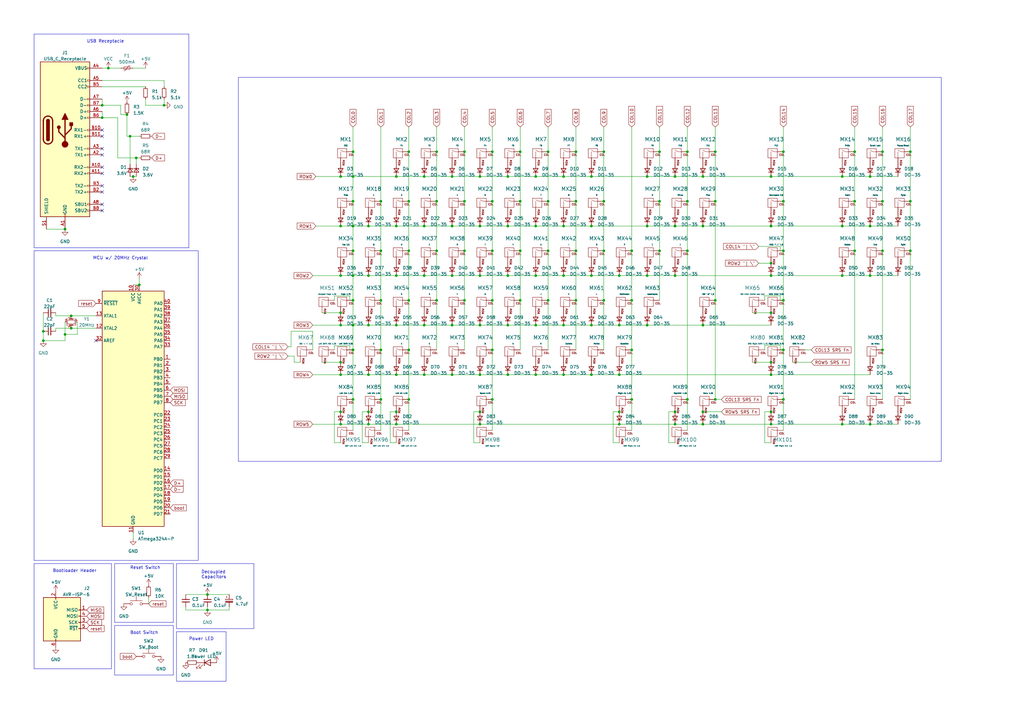
<source format=kicad_sch>
(kicad_sch (version 20230121) (generator eeschema)
  (paper "A3")
  (junction (at 350.52 102.87))
  (junction (at 201.93 143.51))
  (junction (at 162.56 72.39))
  (junction (at 185.42 153.67))
  (junction (at 224.79 62.23))
  (junction (at 173.99 133.35))
  (junction (at 144.78 113.03))
  (junction (at 213.36 62.23))
  (junction (at 316.23 128.27))
  (junction (at 265.43 113.03))
  (junction (at 196.85 133.35))
  (junction (at 144.78 143.51))
  (junction (at 242.57 72.39))
  (junction (at 259.08 163.83))
  (junction (at 162.56 168.91))
  (junction (at 190.5 102.87))
  (junction (at 167.64 102.87))
  (junction (at 254 173.99))
  (junction (at 288.29 92.71))
  (junction (at 265.43 72.39))
  (junction (at 185.42 72.39))
  (junction (at 196.85 173.99))
  (junction (at 208.28 153.67))
  (junction (at 321.31 123.19))
  (junction (at 162.56 113.03))
  (junction (at 321.31 82.55))
  (junction (at 139.7 113.03))
  (junction (at 144.78 72.39))
  (junction (at 276.86 72.39))
  (junction (at 373.38 102.87))
  (junction (at 139.7 148.59))
  (junction (at 242.57 153.67))
  (junction (at 288.29 133.35))
  (junction (at 345.44 173.99))
  (junction (at 54.61 72.39))
  (junction (at 276.86 173.99))
  (junction (at 139.7 72.39))
  (junction (at 213.36 102.87))
  (junction (at 144.78 163.83))
  (junction (at 208.28 92.71))
  (junction (at 345.44 113.03))
  (junction (at 361.95 143.51))
  (junction (at 196.85 72.39))
  (junction (at 293.37 82.55))
  (junction (at 236.22 102.87))
  (junction (at 196.85 92.71))
  (junction (at 254 113.03))
  (junction (at 247.65 62.23))
  (junction (at 179.07 102.87))
  (junction (at 361.95 62.23))
  (junction (at 219.71 92.71))
  (junction (at 208.28 133.35))
  (junction (at 242.57 133.35))
  (junction (at 231.14 153.67))
  (junction (at 185.42 92.71))
  (junction (at 219.71 153.67))
  (junction (at 316.23 72.39))
  (junction (at 190.5 123.19))
  (junction (at 53.34 55.88))
  (junction (at 139.7 92.71))
  (junction (at 356.87 173.99))
  (junction (at 151.13 113.03))
  (junction (at 213.36 123.19))
  (junction (at 316.23 107.95))
  (junction (at 247.65 82.55))
  (junction (at 52.07 46.99))
  (junction (at 167.64 62.23))
  (junction (at 190.5 82.55))
  (junction (at 167.64 143.51))
  (junction (at 55.88 64.77))
  (junction (at 236.22 82.55))
  (junction (at 361.95 82.55))
  (junction (at 316.23 173.99))
  (junction (at 316.23 92.71))
  (junction (at 173.99 92.71))
  (junction (at 293.37 62.23))
  (junction (at 17.78 139.7))
  (junction (at 259.08 143.51))
  (junction (at 144.78 102.87))
  (junction (at 179.07 123.19))
  (junction (at 288.29 168.91))
  (junction (at 281.94 102.87))
  (junction (at 201.93 163.83))
  (junction (at 151.13 92.71))
  (junction (at 156.21 123.19))
  (junction (at 173.99 113.03))
  (junction (at 316.23 113.03))
  (junction (at 85.09 243.84))
  (junction (at 144.78 62.23))
  (junction (at 276.86 168.91))
  (junction (at 356.87 113.03))
  (junction (at 345.44 72.39))
  (junction (at 288.29 72.39))
  (junction (at 162.56 153.67))
  (junction (at 254 133.35))
  (junction (at 236.22 123.19))
  (junction (at 139.7 168.91))
  (junction (at 26.67 93.98))
  (junction (at 281.94 62.23))
  (junction (at 231.14 133.35))
  (junction (at 321.31 62.23))
  (junction (at 373.38 82.55))
  (junction (at 270.51 62.23))
  (junction (at 173.99 153.67))
  (junction (at 29.21 129.54))
  (junction (at 201.93 123.19))
  (junction (at 321.31 143.51))
  (junction (at 231.14 92.71))
  (junction (at 356.87 72.39))
  (junction (at 224.79 102.87))
  (junction (at 17.78 135.89))
  (junction (at 316.23 148.59))
  (junction (at 270.51 102.87))
  (junction (at 270.51 82.55))
  (junction (at 254 168.91))
  (junction (at 259.08 102.87))
  (junction (at 356.87 92.71))
  (junction (at 276.86 113.03))
  (junction (at 151.13 173.99))
  (junction (at 179.07 82.55))
  (junction (at 156.21 82.55))
  (junction (at 196.85 168.91))
  (junction (at 185.42 133.35))
  (junction (at 208.28 72.39))
  (junction (at 196.85 113.03))
  (junction (at 139.7 173.99))
  (junction (at 281.94 82.55))
  (junction (at 85.09 250.19))
  (junction (at 345.44 92.71))
  (junction (at 350.52 62.23))
  (junction (at 219.71 133.35))
  (junction (at 201.93 62.23))
  (junction (at 316.23 168.91))
  (junction (at 151.13 153.67))
  (junction (at 167.64 82.55))
  (junction (at 67.31 43.18))
  (junction (at 316.23 153.67))
  (junction (at 361.95 102.87))
  (junction (at 144.78 123.19))
  (junction (at 247.65 102.87))
  (junction (at 179.07 62.23))
  (junction (at 208.28 113.03))
  (junction (at 139.7 133.35))
  (junction (at 41.91 43.18))
  (junction (at 373.38 62.23))
  (junction (at 265.43 92.71))
  (junction (at 201.93 102.87))
  (junction (at 41.91 48.26))
  (junction (at 162.56 92.71))
  (junction (at 201.93 82.55))
  (junction (at 276.86 92.71))
  (junction (at 156.21 143.51))
  (junction (at 231.14 113.03))
  (junction (at 57.15 116.84))
  (junction (at 321.31 102.87))
  (junction (at 259.08 123.19))
  (junction (at 167.64 163.83))
  (junction (at 224.79 123.19))
  (junction (at 196.85 153.67))
  (junction (at 219.71 113.03))
  (junction (at 265.43 133.35))
  (junction (at 173.99 72.39))
  (junction (at 242.57 92.71))
  (junction (at 144.78 133.35))
  (junction (at 247.65 123.19))
  (junction (at 321.31 163.83))
  (junction (at 139.7 128.27))
  (junction (at 236.22 62.23))
  (junction (at 151.13 168.91))
  (junction (at 242.57 113.03))
  (junction (at 254 153.67))
  (junction (at 281.94 163.83))
  (junction (at 167.64 123.19))
  (junction (at 350.52 82.55))
  (junction (at 190.5 62.23))
  (junction (at 156.21 102.87))
  (junction (at 144.78 82.55))
  (junction (at 231.14 72.39))
  (junction (at 44.45 27.94))
  (junction (at 162.56 133.35))
  (junction (at 139.7 153.67))
  (junction (at 224.79 82.55))
  (junction (at 293.37 163.83))
  (junction (at 185.42 113.03))
  (junction (at 151.13 133.35))
  (junction (at 144.78 92.71))
  (junction (at 288.29 173.99))
  (junction (at 219.71 72.39))
  (junction (at 162.56 173.99))
  (junction (at 293.37 123.19))
  (junction (at 29.21 134.62))
  (junction (at 213.36 82.55))
  (junction (at 156.21 163.83))
  (junction (at 26.67 137.16))
  (no_connect (at 41.91 78.74))
  (no_connect (at 41.91 53.34))
  (no_connect (at 41.91 83.82))
  (no_connect (at 41.91 71.12))
  (no_connect (at 41.91 68.58))
  (no_connect (at 41.91 55.88))
  (no_connect (at 41.91 63.5))
  (no_connect (at 41.91 76.2))
  (no_connect (at 41.91 86.36))
  (no_connect (at 39.37 139.7))
  (no_connect (at 41.91 60.96))
  (wire (pts (xy 179.07 62.23) (xy 179.07 82.55)))
  (wire (pts (xy 281.94 52.07) (xy 281.94 62.23)))
  (wire (pts (xy 190.5 102.87) (xy 190.5 123.19)))
  (wire (pts (xy 179.07 102.87) (xy 179.07 123.19)))
  (wire (pts (xy 55.88 64.77) (xy 55.88 67.31)))
  (wire (pts (xy 288.29 92.71) (xy 316.23 92.71)))
  (wire (pts (xy 213.36 123.19) (xy 213.36 143.51)))
  (wire (pts (xy 129.54 92.71) (xy 139.7 92.71)))
  (wire (pts (xy 196.85 92.71) (xy 208.28 92.71)))
  (wire (pts (xy 254 173.99) (xy 276.86 173.99)))
  (wire (pts (xy 236.22 62.23) (xy 236.22 82.55)))
  (wire (pts (xy 293.37 62.23) (xy 293.37 82.55)))
  (wire (pts (xy 201.93 143.51) (xy 201.93 163.83)))
  (wire (pts (xy 196.85 153.67) (xy 208.28 153.67)))
  (wire (pts (xy 288.29 168.91) (xy 295.91 168.91)))
  (wire (pts (xy 350.52 82.55) (xy 350.52 102.87)))
  (wire (pts (xy 156.21 82.55) (xy 156.21 102.87)))
  (wire (pts (xy 137.16 121.4078) (xy 143.51 121.4078)))
  (wire (pts (xy 320.04 102.87) (xy 321.31 102.87)))
  (wire (pts (xy 345.44 113.03) (xy 356.87 113.03)))
  (wire (pts (xy 144.78 133.35) (xy 144.78 143.51)))
  (wire (pts (xy 308.61 128.27) (xy 316.23 128.27)))
  (wire (pts (xy 52.07 46.99) (xy 52.07 55.88)))
  (wire (pts (xy 231.14 133.35) (xy 242.57 133.35)))
  (wire (pts (xy 316.23 173.99) (xy 345.44 173.99)))
  (wire (pts (xy 162.56 153.67) (xy 173.99 153.67)))
  (wire (pts (xy 293.37 163.83) (xy 295.91 163.83)))
  (wire (pts (xy 179.07 82.55) (xy 179.07 102.87)))
  (wire (pts (xy 321.31 82.55) (xy 321.31 102.87)))
  (wire (pts (xy 53.34 55.88) (xy 57.15 55.88)))
  (wire (pts (xy 274.32 181.61) (xy 276.86 181.61)))
  (wire (pts (xy 29.21 134.62) (xy 39.37 134.62)))
  (wire (pts (xy 196.85 173.99) (xy 254 173.99)))
  (wire (pts (xy 144.78 113.03) (xy 151.13 113.03)))
  (wire (pts (xy 265.43 92.71) (xy 276.86 92.71)))
  (wire (pts (xy 22.86 135.89) (xy 22.86 134.62)))
  (wire (pts (xy 313.69 143.51) (xy 313.69 141.5723)))
  (wire (pts (xy 144.78 82.55) (xy 144.78 92.71)))
  (wire (pts (xy 231.14 153.67) (xy 242.57 153.67)))
  (wire (pts (xy 132.08 128.27) (xy 139.7 128.27)))
  (wire (pts (xy 190.5 82.55) (xy 190.5 102.87)))
  (wire (pts (xy 231.14 92.71) (xy 242.57 92.71)))
  (wire (pts (xy 31.75 132.08) (xy 31.75 137.16)))
  (wire (pts (xy 143.51 123.19) (xy 144.78 123.19)))
  (wire (pts (xy 144.78 62.23) (xy 144.78 72.39)))
  (wire (pts (xy 190.5 123.19) (xy 190.5 143.51)))
  (wire (pts (xy 320.04 141.5723) (xy 320.04 143.51)))
  (wire (pts (xy 201.93 123.19) (xy 201.93 143.51)))
  (wire (pts (xy 276.86 173.99) (xy 288.29 173.99)))
  (wire (pts (xy 54.61 116.84) (xy 57.15 116.84)))
  (wire (pts (xy 160.02 181.61) (xy 160.02 168.91)))
  (wire (pts (xy 196.85 72.39) (xy 208.28 72.39)))
  (wire (pts (xy 41.91 33.02) (xy 67.31 33.02)))
  (wire (pts (xy 320.04 143.51) (xy 321.31 143.51)))
  (wire (pts (xy 270.51 62.23) (xy 270.51 82.55)))
  (wire (pts (xy 276.86 72.39) (xy 288.29 72.39)))
  (wire (pts (xy 242.57 133.35) (xy 254 133.35)))
  (wire (pts (xy 173.99 153.67) (xy 185.42 153.67)))
  (wire (pts (xy 224.79 123.19) (xy 224.79 143.51)))
  (wire (pts (xy 311.15 107.95) (xy 316.23 107.95)))
  (wire (pts (xy 316.23 181.61) (xy 313.69 181.61)))
  (wire (pts (xy 48.26 48.26) (xy 41.91 48.26)))
  (wire (pts (xy 128.27 143.51) (xy 128.27 135.89)))
  (wire (pts (xy 156.21 143.51) (xy 156.21 163.83)))
  (wire (pts (xy 361.95 62.23) (xy 361.95 82.55)))
  (wire (pts (xy 194.31 181.61) (xy 196.85 181.61)))
  (wire (pts (xy 313.69 168.91) (xy 316.23 168.91)))
  (wire (pts (xy 373.38 102.87) (xy 373.38 163.83)))
  (wire (pts (xy 259.08 123.19) (xy 259.08 143.51)))
  (wire (pts (xy 196.85 113.03) (xy 208.28 113.03)))
  (wire (pts (xy 259.08 143.51) (xy 259.08 163.83)))
  (wire (pts (xy 41.91 35.56) (xy 59.69 35.56)))
  (wire (pts (xy 350.52 52.07) (xy 350.52 62.23)))
  (wire (pts (xy 185.42 113.03) (xy 196.85 113.03)))
  (wire (pts (xy 41.91 45.72) (xy 41.91 48.26)))
  (wire (pts (xy 316.23 153.67) (xy 356.87 153.67)))
  (wire (pts (xy 254 153.67) (xy 316.23 153.67)))
  (wire (pts (xy 144.78 102.87) (xy 144.78 113.03)))
  (wire (pts (xy 128.27 113.03) (xy 139.7 113.03)))
  (wire (pts (xy 120.65 146.05) (xy 118.11 146.05)))
  (wire (pts (xy 53.34 55.88) (xy 53.34 67.31)))
  (wire (pts (xy 219.71 133.35) (xy 231.14 133.35)))
  (wire (pts (xy 231.14 113.03) (xy 242.57 113.03)))
  (wire (pts (xy 26.67 137.16) (xy 26.67 139.7)))
  (wire (pts (xy 345.44 72.39) (xy 356.87 72.39)))
  (wire (pts (xy 151.13 181.61) (xy 148.59 181.61)))
  (wire (pts (xy 143.51 141.8301) (xy 143.51 143.51)))
  (wire (pts (xy 156.21 102.87) (xy 156.21 123.19)))
  (wire (pts (xy 265.43 133.35) (xy 288.29 133.35)))
  (wire (pts (xy 139.7 173.99) (xy 151.13 173.99)))
  (wire (pts (xy 118.11 142.24) (xy 119.38 142.24)))
  (wire (pts (xy 167.64 52.07) (xy 167.64 62.23)))
  (wire (pts (xy 320.04 121.3601) (xy 320.04 123.19)))
  (wire (pts (xy 137.16 143.51) (xy 137.16 141.8301)))
  (wire (pts (xy 281.94 163.83) (xy 281.94 176.53)))
  (wire (pts (xy 167.64 163.83) (xy 167.64 176.53)))
  (wire (pts (xy 160.02 168.91) (xy 162.56 168.91)))
  (wire (pts (xy 219.71 153.67) (xy 231.14 153.67)))
  (wire (pts (xy 350.52 62.23) (xy 350.52 82.55)))
  (wire (pts (xy 345.44 173.99) (xy 356.87 173.99)))
  (wire (pts (xy 313.69 121.3601) (xy 320.04 121.3601)))
  (wire (pts (xy 321.31 143.51) (xy 321.31 163.83)))
  (wire (pts (xy 85.09 243.84) (xy 93.98 243.84)))
  (wire (pts (xy 185.42 92.71) (xy 196.85 92.71)))
  (wire (pts (xy 162.56 113.03) (xy 173.99 113.03)))
  (wire (pts (xy 167.64 123.19) (xy 167.64 143.51)))
  (wire (pts (xy 276.86 92.71) (xy 288.29 92.71)))
  (wire (pts (xy 251.46 181.61) (xy 254 181.61)))
  (wire (pts (xy 313.69 123.19) (xy 313.69 121.3601)))
  (wire (pts (xy 55.88 64.77) (xy 57.15 64.77)))
  (wire (pts (xy 173.99 113.03) (xy 185.42 113.03)))
  (wire (pts (xy 17.78 135.89) (xy 17.78 139.7)))
  (wire (pts (xy 242.57 113.03) (xy 254 113.03)))
  (wire (pts (xy 254 133.35) (xy 265.43 133.35)))
  (wire (pts (xy 194.31 168.91) (xy 194.31 181.61)))
  (wire (pts (xy 321.31 102.87) (xy 321.31 123.19)))
  (wire (pts (xy 162.56 92.71) (xy 173.99 92.71)))
  (wire (pts (xy 201.93 163.83) (xy 201.93 176.53)))
  (wire (pts (xy 320.04 102.87) (xy 320.04 101.0754)))
  (wire (pts (xy 219.71 113.03) (xy 231.14 113.03)))
  (wire (pts (xy 144.78 92.71) (xy 144.78 102.87)))
  (wire (pts (xy 139.7 181.61) (xy 137.16 181.61)))
  (wire (pts (xy 137.16 141.8301) (xy 143.51 141.8301)))
  (wire (pts (xy 41.91 43.18) (xy 49.53 43.18)))
  (wire (pts (xy 123.19 148.59) (xy 120.65 148.59)))
  (wire (pts (xy 247.65 102.87) (xy 247.65 123.19)))
  (wire (pts (xy 288.29 133.35) (xy 316.23 133.35)))
  (wire (pts (xy 213.36 52.07) (xy 213.36 62.23)))
  (wire (pts (xy 265.43 72.39) (xy 276.86 72.39)))
  (wire (pts (xy 49.53 46.99) (xy 52.07 46.99)))
  (wire (pts (xy 144.78 72.39) (xy 162.56 72.39)))
  (wire (pts (xy 208.28 72.39) (xy 219.71 72.39)))
  (wire (pts (xy 49.53 43.18) (xy 49.53 46.99)))
  (wire (pts (xy 276.86 113.03) (xy 316.23 113.03)))
  (wire (pts (xy 59.69 43.18) (xy 67.31 43.18)))
  (wire (pts (xy 242.57 153.67) (xy 254 153.67)))
  (wire (pts (xy 53.34 72.39) (xy 54.61 72.39)))
  (wire (pts (xy 247.65 123.19) (xy 247.65 143.51)))
  (wire (pts (xy 29.21 129.54) (xy 39.37 129.54)))
  (wire (pts (xy 156.21 163.83) (xy 156.21 176.53)))
  (wire (pts (xy 361.95 102.87) (xy 361.95 143.51)))
  (wire (pts (xy 276.86 168.91) (xy 274.32 168.91)))
  (wire (pts (xy 201.93 82.55) (xy 201.93 102.87)))
  (wire (pts (xy 254 113.03) (xy 265.43 113.03)))
  (wire (pts (xy 151.13 92.71) (xy 162.56 92.71)))
  (wire (pts (xy 231.14 72.39) (xy 242.57 72.39)))
  (wire (pts (xy 259.08 163.83) (xy 259.08 176.53)))
  (wire (pts (xy 316.23 92.71) (xy 345.44 92.71)))
  (wire (pts (xy 208.28 133.35) (xy 219.71 133.35)))
  (wire (pts (xy 236.22 102.87) (xy 236.22 123.19)))
  (wire (pts (xy 167.64 82.55) (xy 167.64 102.87)))
  (wire (pts (xy 167.64 102.87) (xy 167.64 123.19)))
  (wire (pts (xy 143.51 121.4078) (xy 143.51 123.19)))
  (wire (pts (xy 144.78 113.03) (xy 144.78 123.19)))
  (wire (pts (xy 76.2 243.84) (xy 85.09 243.84)))
  (wire (pts (xy 139.7 92.71) (xy 144.78 92.71)))
  (wire (pts (xy 19.05 93.98) (xy 26.67 93.98)))
  (wire (pts (xy 190.5 52.07) (xy 190.5 62.23)))
  (wire (pts (xy 167.64 62.23) (xy 167.64 82.55)))
  (wire (pts (xy 41.91 27.94) (xy 44.45 27.94)))
  (wire (pts (xy 148.59 181.61) (xy 148.59 168.91)))
  (wire (pts (xy 361.95 52.07) (xy 361.95 62.23)))
  (wire (pts (xy 196.85 168.91) (xy 194.31 168.91)))
  (wire (pts (xy 293.37 52.07) (xy 293.37 62.23)))
  (wire (pts (xy 179.07 52.07) (xy 179.07 62.23)))
  (wire (pts (xy 54.61 27.94) (xy 59.69 27.94)))
  (wire (pts (xy 151.13 173.99) (xy 162.56 173.99)))
  (wire (pts (xy 137.16 168.91) (xy 139.7 168.91)))
  (wire (pts (xy 17.78 128.27) (xy 17.78 135.89)))
  (wire (pts (xy 162.56 181.61) (xy 160.02 181.61)))
  (wire (pts (xy 208.28 153.67) (xy 219.71 153.67)))
  (wire (pts (xy 345.44 92.71) (xy 356.87 92.71)))
  (wire (pts (xy 119.38 135.89) (xy 119.38 142.24)))
  (wire (pts (xy 265.43 113.03) (xy 276.86 113.03)))
  (wire (pts (xy 22.86 128.27) (xy 22.86 129.54)))
  (wire (pts (xy 67.31 40.64) (xy 67.31 43.18)))
  (wire (pts (xy 356.87 113.03) (xy 368.3 113.03)))
  (wire (pts (xy 219.71 92.71) (xy 231.14 92.71)))
  (wire (pts (xy 22.86 134.62) (xy 29.21 134.62)))
  (wire (pts (xy 129.54 72.39) (xy 139.7 72.39)))
  (wire (pts (xy 128.27 153.67) (xy 139.7 153.67)))
  (wire (pts (xy 173.99 72.39) (xy 185.42 72.39)))
  (wire (pts (xy 247.65 62.23) (xy 247.65 82.55)))
  (wire (pts (xy 313.69 141.5723) (xy 320.04 141.5723)))
  (wire (pts (xy 201.93 102.87) (xy 201.93 123.19)))
  (wire (pts (xy 313.69 181.61) (xy 313.69 168.91)))
  (wire (pts (xy 330.2 143.51) (xy 332.74 143.51)))
  (wire (pts (xy 361.95 143.51) (xy 361.95 163.83)))
  (wire (pts (xy 67.31 35.56) (xy 67.31 33.02)))
  (wire (pts (xy 311.1356 101.0754) (xy 320.04 101.0754)))
  (wire (pts (xy 132.08 148.59) (xy 139.7 148.59)))
  (wire (pts (xy 208.28 92.71) (xy 219.71 92.71)))
  (wire (pts (xy 143.51 143.51) (xy 144.78 143.51)))
  (wire (pts (xy 320.04 123.19) (xy 321.31 123.19)))
  (wire (pts (xy 224.79 62.23) (xy 224.79 82.55)))
  (wire (pts (xy 48.26 64.77) (xy 48.26 48.26)))
  (wire (pts (xy 247.65 52.07) (xy 247.65 62.23)))
  (wire (pts (xy 173.99 92.71) (xy 185.42 92.71)))
  (wire (pts (xy 156.21 123.19) (xy 156.21 143.51)))
  (wire (pts (xy 144.78 52.07) (xy 144.78 62.23)))
  (wire (pts (xy 361.95 82.55) (xy 361.95 102.87)))
  (wire (pts (xy 208.28 113.03) (xy 219.71 113.03)))
  (wire (pts (xy 128.27 173.99) (xy 139.7 173.99)))
  (wire (pts (xy 373.38 52.07) (xy 373.38 62.23)))
  (wire (pts (xy 144.78 133.35) (xy 151.13 133.35)))
  (wire (pts (xy 151.13 153.67) (xy 162.56 153.67)))
  (wire (pts (xy 139.7 153.67) (xy 151.13 153.67)))
  (wire (pts (xy 76.2 250.19) (xy 85.09 250.19)))
  (wire (pts (xy 26.67 132.08) (xy 26.67 137.16)))
  (wire (pts (xy 242.57 92.71) (xy 265.43 92.71)))
  (wire (pts (xy 251.46 168.91) (xy 251.46 181.61)))
  (wire (pts (xy 52.07 55.88) (xy 53.34 55.88)))
  (wire (pts (xy 236.22 52.07) (xy 236.22 62.23)))
  (wire (pts (xy 144.78 113.03) (xy 139.7 113.03)))
  (wire (pts (xy 281.94 102.87) (xy 281.94 163.83)))
  (wire (pts (xy 137.16 123.19) (xy 137.16 121.4078)))
  (wire (pts (xy 162.56 133.35) (xy 173.99 133.35)))
  (wire (pts (xy 57.15 114.3) (xy 57.15 116.84)))
  (wire (pts (xy 356.87 72.39) (xy 368.3 72.39)))
  (wire (pts (xy 144.78 163.83) (xy 144.78 176.53)))
  (wire (pts (xy 350.52 102.87) (xy 350.52 163.83)))
  (wire (pts (xy 17.78 139.7) (xy 26.67 139.7)))
  (wire (pts (xy 144.78 123.19) (xy 144.78 133.35)))
  (wire (pts (xy 236.22 123.19) (xy 236.22 143.51)))
  (wire (pts (xy 242.57 72.39) (xy 265.43 72.39)))
  (wire (pts (xy 144.78 133.35) (xy 139.7 133.35)))
  (wire (pts (xy 321.31 163.83) (xy 321.31 176.53)))
  (wire (pts (xy 356.87 173.99) (xy 368.3 173.99)))
  (wire (pts (xy 224.79 52.07) (xy 224.79 62.23)))
  (wire (pts (xy 201.93 52.07) (xy 201.93 62.23)))
  (wire (pts (xy 196.85 133.35) (xy 208.28 133.35)))
  (wire (pts (xy 60.96 245.11) (xy 60.96 247.65)))
  (wire (pts (xy 213.36 62.23) (xy 213.36 82.55)))
  (wire (pts (xy 213.36 82.55) (xy 213.36 102.87)))
  (wire (pts (xy 293.37 123.19) (xy 293.37 163.83)))
  (wire (pts (xy 151.13 133.35) (xy 162.56 133.35)))
  (wire (pts (xy 325.12 148.59) (xy 332.74 148.59)))
  (wire (pts (xy 162.56 173.99) (xy 196.85 173.99)))
  (wire (pts (xy 93.98 250.19) (xy 85.09 250.19)))
  (wire (pts (xy 54.61 72.39) (xy 55.88 72.39)))
  (wire (pts (xy 156.21 52.07) (xy 156.21 82.55)))
  (wire (pts (xy 219.71 72.39) (xy 231.14 72.39)))
  (wire (pts (xy 144.78 143.51) (xy 144.78 163.83)))
  (wire (pts (xy 281.94 82.55) (xy 281.94 102.87)))
  (wire (pts (xy 288.29 72.39) (xy 316.23 72.39)))
  (wire (pts (xy 247.65 82.55) (xy 247.65 102.87)))
  (wire (pts (xy 162.56 72.39) (xy 173.99 72.39)))
  (wire (pts (xy 316.23 113.03) (xy 345.44 113.03)))
  (wire (pts (xy 321.31 52.07) (xy 321.31 62.23)))
  (wire (pts (xy 293.37 82.55) (xy 293.37 123.19)))
  (wire (pts (xy 281.94 62.23) (xy 281.94 82.55)))
  (wire (pts (xy 224.79 102.87) (xy 224.79 123.19)))
  (wire (pts (xy 373.38 62.23) (xy 373.38 82.55)))
  (wire (pts (xy 270.51 102.87) (xy 270.51 123.19)))
  (wire (pts (xy 213.36 102.87) (xy 213.36 123.19)))
  (wire (pts (xy 236.22 82.55) (xy 236.22 102.87)))
  (wire (pts (xy 274.32 168.91) (xy 274.32 181.61)))
  (wire (pts (xy 308.61 148.59) (xy 316.23 148.59)))
  (wire (pts (xy 254 168.91) (xy 251.46 168.91)))
  (wire (pts (xy 85.09 248.92) (xy 85.09 250.19)))
  (wire (pts (xy 151.13 113.03) (xy 162.56 113.03)))
  (wire (pts (xy 259.08 52.07) (xy 259.08 102.87)))
  (wire (pts (xy 31.75 137.16) (xy 26.67 137.16)))
  (wire (pts (xy 373.38 82.55) (xy 373.38 102.87)))
  (wire (pts (xy 288.29 173.99) (xy 316.23 173.99)))
  (wire (pts (xy 321.31 62.23) (xy 321.31 82.55)))
  (wire (pts (xy 44.45 27.94) (xy 49.53 27.94)))
  (wire (pts (xy 316.23 72.39) (xy 345.44 72.39)))
  (wire (pts (xy 270.51 82.55) (xy 270.51 102.87)))
  (wire (pts (xy 321.31 123.19) (xy 321.31 143.51)))
  (wire (pts (xy 144.78 72.39) (xy 144.78 82.55)))
  (wire (pts (xy 128.27 135.89) (xy 119.38 135.89)))
  (wire (pts (xy 224.79 82.55) (xy 224.79 102.87)))
  (wire (pts (xy 270.51 52.07) (xy 270.51 62.23)))
  (wire (pts (xy 259.08 102.87) (xy 259.08 123.19)))
  (wire (pts (xy 201.93 62.23) (xy 201.93 82.55)))
  (wire (pts (xy 185.42 133.35) (xy 196.85 133.35)))
  (wire (pts (xy 179.07 123.19) (xy 179.07 143.51)))
  (wire (pts (xy 144.78 72.39) (xy 139.7 72.39)))
  (wire (pts (xy 167.64 143.51) (xy 167.64 163.83)))
  (wire (pts (xy 190.5 62.23) (xy 190.5 82.55)))
  (wire (pts (xy 173.99 133.35) (xy 185.42 133.35)))
  (wire (pts (xy 120.65 148.59) (xy 120.65 146.05)))
  (wire (pts (xy 41.91 40.64) (xy 41.91 43.18)))
  (wire (pts (xy 148.59 168.91) (xy 151.13 168.91)))
  (wire (pts (xy 93.98 248.92) (xy 93.98 250.19)))
  (wire (pts (xy 144.78 92.71) (xy 151.13 92.71)))
  (wire (pts (xy 55.88 64.77) (xy 48.26 64.77)))
  (wire (pts (xy 54.61 218.44) (xy 54.61 220.98)))
  (wire (pts (xy 185.42 72.39) (xy 196.85 72.39)))
  (wire (pts (xy 356.87 92.71) (xy 368.3 92.71)))
  (wire (pts (xy 22.86 129.54) (xy 29.21 129.54)))
  (wire (pts (xy 137.16 181.61) (xy 137.16 168.91)))
  (wire (pts (xy 128.27 133.35) (xy 139.7 133.35)))
  (wire (pts (xy 76.2 248.92) (xy 76.2 250.19)))
  (wire (pts (xy 59.69 40.64) (xy 59.69 43.18)))
  (wire (pts (xy 185.42 153.67) (xy 196.85 153.67)))
  (rectangle (start 72.39 259.08) (end 92.71 279.4))
  (rectangle (start 13.97 13.97) (end 77.47 101.6))
  (rectangle (start 46.99 231.14) (end 71.12 255.27))
  (rectangle (start 13.97 231.14) (end 45.72 274.32))
  (rectangle (start 13.97 102.87) (end 81.28 229.87))
  (rectangle (start 72.39 231.14) (end 104.14 257.81))
  (rectangle (start 97.79 31.75) (end 386.08 189.23))
  (rectangle (start 46.99 256.54) (end 71.12 276.86))
  (text "Reset Switch" (at 53.34 233.68 0) (effects (font (size 1.27 1.27)) (justify left bottom)))
  (text "Boot Switch" (at 53.34 260.35 0) (effects (font (size 1.27 1.27)) (justify left bottom)))
  (text "Bootloader Header" (at 21.59 234.95 0) (effects (font (size 1.27 1.27)) (justify left bottom)))
  (text "MCU w/ 20MHz Crystal" (at 38.1 106.68 0) (effects (font (size 1.27 1.27)) (justify left bottom)))
  (text "Decoupled\nCapacitors" (at 82.55 237.49 0) (effects (font (size 1.27 1.27)) (justify left bottom)))
  (text "USB Receptacle" (at 35.56 17.78 0) (effects (font (size 1.27 1.27)) (justify left bottom)))
  (text "Power LED" (at 77.47 262.89 0) (effects (font (size 1.27 1.27)) (justify left bottom)))
  (global_label "ROW5 SRS Fn" (shape input) (at 332.74 148.59 0) (property "Intersheetrefs" "${INTERSHEET_REFS}" (effects hide)))
  (global_label "COL0" (shape input) (at 144.78 52.07 90) (property "Intersheetrefs" "${INTERSHEET_REFS}" (effects hide)))
  (global_label "reset" (shape input) (at 35.56 257.81 0) (property "Intersheetrefs" "${INTERSHEET_REFS}" (effects hide)))
  (global_label "COL11" (shape input) (at 270.51 52.07 90) (property "Intersheetrefs" "${INTERSHEET_REFS}" (effects hide)))
  (global_label "D+" (shape input) (at 62.23 64.77 0) (property "Intersheetrefs" "${INTERSHEET_REFS}" (effects hide)))
  (global_label "ROW2 \"| \\\"" (shape input) (at 311.15 107.95 180) (property "Intersheetrefs" "${INTERSHEET_REFS}" (effects hide)))
  (global_label "reset" (shape input) (at 39.37 124.46 180) (property "Intersheetrefs" "${INTERSHEET_REFS}" (effects hide)))
  (global_label "ROW3" (shape input) (at 128.27 133.35 180) (property "Intersheetrefs" "${INTERSHEET_REFS}" (effects hide)))
  (global_label "boot" (shape input) (at 55.88 269.24 180) (property "Intersheetrefs" "${INTERSHEET_REFS}" (effects hide)))
  (global_label "COL9" (shape input) (at 247.65 52.07 90) (property "Intersheetrefs" "${INTERSHEET_REFS}" (effects hide)))
  (global_label "ROW4" (shape input) (at 128.27 153.67 180) (property "Intersheetrefs" "${INTERSHEET_REFS}" (effects hide)))
  (global_label "D+" (shape input) (at 69.85 198.12 0) (property "Intersheetrefs" "${INTERSHEET_REFS}" (effects hide)))
  (global_label "COL16" (shape input) (at 361.95 52.07 90) (property "Intersheetrefs" "${INTERSHEET_REFS}" (effects hide)))
  (global_label "COL7" (shape input) (at 224.79 52.07 90) (property "Intersheetrefs" "${INTERSHEET_REFS}" (effects hide)))
  (global_label "COL13 SRS Fn" (shape input) (at 295.91 163.83 0) (property "Intersheetrefs" "${INTERSHEET_REFS}" (effects hide)))
  (global_label "D-" (shape input) (at 69.85 200.66 0) (property "Intersheetrefs" "${INTERSHEET_REFS}" (effects hide)))
  (global_label "ROW2" (shape input) (at 128.27 113.03 180) (property "Intersheetrefs" "${INTERSHEET_REFS}" (effects hide)))
  (global_label "ROW5" (shape input) (at 128.27 173.99 180) (property "Intersheetrefs" "${INTERSHEET_REFS}" (effects hide)))
  (global_label "COL17" (shape input) (at 373.38 52.07 90) (property "Intersheetrefs" "${INTERSHEET_REFS}" (effects hide)))
  (global_label "MOSI" (shape input) (at 69.85 160.02 0) (property "Intersheetrefs" "${INTERSHEET_REFS}" (effects hide)))
  (global_label "COL1" (shape input) (at 156.21 52.07 90) (property "Intersheetrefs" "${INTERSHEET_REFS}" (effects hide)))
  (global_label "ROW5 SRS Fn" (shape input) (at 295.91 168.91 0) (property "Intersheetrefs" "${INTERSHEET_REFS}" (effects hide)))
  (global_label "COL6" (shape input) (at 213.36 52.07 90) (property "Intersheetrefs" "${INTERSHEET_REFS}" (effects hide)))
  (global_label "SCK" (shape input) (at 69.85 165.1 0) (property "Intersheetrefs" "${INTERSHEET_REFS}" (effects hide)))
  (global_label "COL14 \"| \\\"" (shape input) (at 311.1356 101.0754 180) (property "Intersheetrefs" "${INTERSHEET_REFS}" (effects hide)))
  (global_label "COL4" (shape input) (at 190.5 52.07 90) (property "Intersheetrefs" "${INTERSHEET_REFS}" (effects hide)))
  (global_label "COL14 \"| \\\"" (shape input) (at 118.11 142.24 180) (property "Intersheetrefs" "${INTERSHEET_REFS}" (effects hide)))
  (global_label "ROW0" (shape input) (at 129.54 72.39 180) (property "Intersheetrefs" "${INTERSHEET_REFS}" (effects hide)))
  (global_label "MISO" (shape input) (at 35.56 250.19 0) (property "Intersheetrefs" "${INTERSHEET_REFS}" (effects hide)))
  (global_label "COL2" (shape input) (at 167.64 52.07 90) (property "Intersheetrefs" "${INTERSHEET_REFS}" (effects hide)))
  (global_label "SCK" (shape input) (at 35.56 255.27 0) (property "Intersheetrefs" "${INTERSHEET_REFS}" (effects hide)))
  (global_label "D-" (shape input) (at 62.23 55.88 0) (property "Intersheetrefs" "${INTERSHEET_REFS}" (effects hide)))
  (global_label "ROW1" (shape input) (at 129.54 92.71 180) (property "Intersheetrefs" "${INTERSHEET_REFS}" (effects hide)))
  (global_label "MISO" (shape input) (at 69.85 162.56 0) (property "Intersheetrefs" "${INTERSHEET_REFS}" (effects hide)))
  (global_label "boot" (shape input) (at 69.85 208.28 0) (property "Intersheetrefs" "${INTERSHEET_REFS}" (effects hide)))
  (global_label "COL14" (shape input) (at 321.31 52.07 90) (property "Intersheetrefs" "${INTERSHEET_REFS}" (effects hide)))
  (global_label "COL8" (shape input) (at 236.22 52.07 90) (property "Intersheetrefs" "${INTERSHEET_REFS}" (effects hide)))
  (global_label "COL10" (shape input) (at 259.08 52.07 90) (property "Intersheetrefs" "${INTERSHEET_REFS}" (effects hide)))
  (global_label "COL5" (shape input) (at 201.93 52.07 90) (property "Intersheetrefs" "${INTERSHEET_REFS}" (effects hide)))
  (global_label "COL3" (shape input) (at 179.07 52.07 90) (property "Intersheetrefs" "${INTERSHEET_REFS}" (effects hide)))
  (global_label "COL13" (shape input) (at 293.37 52.07 90) (property "Intersheetrefs" "${INTERSHEET_REFS}" (effects hide)))
  (global_label "COL12" (shape input) (at 281.94 52.07 90) (property "Intersheetrefs" "${INTERSHEET_REFS}" (effects hide)))
  (global_label "COL15" (shape input) (at 350.52 52.07 90) (property "Intersheetrefs" "${INTERSHEET_REFS}" (effects hide)))
  (global_label "COL13 SRS Fn" (shape input) (at 332.74 143.51 0) (property "Intersheetrefs" "${INTERSHEET_REFS}" (effects hide)))
  (global_label "MOSI" (shape input) (at 35.56 252.73 0) (property "Intersheetrefs" "${INTERSHEET_REFS}" (effects hide)))
  (global_label "reset" (shape input) (at 60.96 247.65 0) (property "Intersheetrefs" "${INTERSHEET_REFS}" (effects hide)))
  (global_label "ROW2 \"| \\\"" (shape input) (at 118.11 146.05 180) (property "Intersheetrefs" "${INTERSHEET_REFS}" (effects hide)))
  (symbol (lib_id "power:GND") (at 66.04 269.24 0) (unit 1)
    (property "Reference" "#PWR020" (effects hide))
    (property "Value" "GND" (at 66.04 274.32 0))
  )
  (symbol (lib_id "MX_Alps_Hybrid:MX-NoLED") (at 209.55 83.82 0) (unit 1)
    (property "Reference" "MX23" (at 210.4332 77.47 0) (effects (font (size 1.524 1.524))))
    (property "Value" "6" (at 210.4332 80.01 0) (effects (font (size 0.508 0.508))))
    (property "Footprint" "MX_Alps_Hybrid:MX-1U-NoLED" (effects hide))
  )
  (symbol (lib_id "MX_Alps_Hybrid:MX-NoLED") (at 163.83 144.78 0) (unit 1)
    (property "Reference" "MX71" (at 164.7132 138.43 0) (effects (font (size 1.524 1.524))))
    (property "Value" "X" (at 164.7132 140.97 0) (effects (font (size 0.508 0.508))))
    (property "Footprint" "MX_Alps_Hybrid:MX-1U-NoLED" (effects hide))
  )
  (symbol (lib_id "MX_Alps_Hybrid:MX-NoLED") (at 140.97 144.78 0) (unit 1)
    (property "Reference" "MX69" (at 141.8532 138.43 0) (effects (font (size 1.524 1.524))))
    (property "Value" "Left Shift 2.25" (at 141.8532 140.97 0) (effects (font (size 0.508 0.508))))
    (property "Footprint" "MX_Alps_Hybrid:MX-2.25U-NoLED" (effects hide))
  )
  (symbol (lib_id "Device:D_Small") (at 139.7 69.85 90) (unit 1)
    (property "Reference" "D3" (at 142.24 69.215 90) (effects (justify right)))
    (property "Value" "DO-35" (at 142.24 71.755 90) (effects (justify right)))
    (property "Footprint" "Diode_THT:D_DO-35_SOD27_P7.62mm_Horizontal" (effects hide))
    (property "Sim.Device" "D" (effects hide))
    (property "Sim.Pins" "1=K 2=A" (effects hide))
  )
  (symbol (lib_id "Device:R_Small") (at 59.69 38.1 0) (unit 1)
    (property "Reference" "R1" (at 62.23 37.465 0) (effects (justify left)))
    (property "Value" "5.1k" (at 62.23 40.005 0) (effects (justify left)))
    (property "Footprint" "Resistor_THT:R_Axial_DIN0207_L6.3mm_D2.5mm_P7.62mm_Horizontal" (effects hide))
  )
  (symbol (lib_id "Device:D_Small") (at 139.7 90.17 90) (unit 1)
    (property "Reference" "D19" (at 142.24 89.535 90) (effects (justify right)))
    (property "Value" "DO-35" (at 142.24 92.075 90) (effects (justify right)))
    (property "Footprint" "Diode_THT:D_DO-35_SOD27_P7.62mm_Horizontal" (effects hide))
    (property "Sim.Device" "D" (effects hide))
    (property "Sim.Pins" "1=K 2=A" (effects hide))
  )
  (symbol (lib_id "MX_Alps_Hybrid:MX-NoLED") (at 198.12 104.14 0) (unit 1)
    (property "Reference" "MX39" (at 199.0032 97.79 0) (effects (font (size 1.524 1.524))))
    (property "Value" "T" (at 199.0032 100.33 0) (effects (font (size 0.508 0.508))))
    (property "Footprint" "MX_Alps_Hybrid:MX-1U-NoLED" (effects hide))
  )
  (symbol (lib_id "MX_Alps_Hybrid:MX-NoLED") (at 152.4 104.14 0) (unit 1)
    (property "Reference" "MX35" (at 153.2832 97.79 0) (effects (font (size 1.524 1.524))))
    (property "Value" "Q" (at 153.2832 100.33 0) (effects (font (size 0.508 0.508))))
    (property "Footprint" "MX_Alps_Hybrid:MX-1U-NoLED" (effects hide))
  )
  (symbol (lib_id "Device:LED") (at 85.09 271.78 0) (unit 1)
    (property "Reference" "D91" (at 83.5025 266.7 0))
    (property "Value" "Power LED" (at 83.5025 269.24 0))
    (property "Footprint" "LED_SMD:LED_2010_5025Metric_Pad1.52x2.65mm_HandSolder" (effects hide))
  )
  (symbol (lib_id "Device:D_Small") (at 356.87 90.17 90) (unit 1)
    (property "Reference" "D34" (at 359.41 89.535 90) (effects (justify right)))
    (property "Value" "DO-35" (at 359.41 92.075 90) (effects (justify right)))
    (property "Footprint" "Diode_THT:D_DO-35_SOD27_P7.62mm_Horizontal" (effects hide))
    (property "Sim.Device" "D" (effects hide))
    (property "Sim.Pins" "1=K 2=A" (effects hide))
  )
  (symbol (lib_id "Device:D_Small") (at 196.85 171.45 90) (unit 1)
    (property "Reference" "D83" (at 199.39 170.815 90) (effects (justify right)))
    (property "Value" "DO-35" (at 199.39 173.355 90) (effects (justify right)))
    (property "Footprint" "Diode_THT:D_DO-35_SOD27_P7.62mm_Horizontal" (effects hide))
    (property "Sim.Device" "D" (effects hide))
    (property "Sim.Pins" "1=K 2=A" (effects hide))
  )
  (symbol (lib_id "Device:R_Small") (at 78.74 271.78 90) (unit 1)
    (property "Reference" "R7" (at 78.74 266.7 90))
    (property "Value" "1.5k" (at 78.74 269.24 90))
    (property "Footprint" "Resistor_THT:R_Axial_DIN0207_L6.3mm_D2.5mm_P7.62mm_Horizontal" (effects hide))
  )
  (symbol (lib_id "Device:D_Small") (at 254 171.45 90) (unit 1)
    (property "Reference" "D84" (at 256.54 170.815 90) (effects (justify right)))
    (property "Value" "DO-35" (at 256.54 173.355 90) (effects (justify right)))
    (property "Footprint" "Diode_THT:D_DO-35_SOD27_P7.62mm_Horizontal" (effects hide))
    (property "Sim.Device" "D" (effects hide))
    (property "Sim.Pins" "1=K 2=A" (effects hide))
  )
  (symbol (lib_id "Device:D_Small") (at 254 151.13 90) (unit 1)
    (property "Reference" "D77" (at 256.54 150.495 90) (effects (justify right)))
    (property "Value" "DO-35" (at 256.54 153.035 90) (effects (justify right)))
    (property "Footprint" "Diode_THT:D_DO-35_SOD27_P7.62mm_Horizontal" (effects hide))
    (property "Sim.Device" "D" (effects hide))
    (property "Sim.Pins" "1=K 2=A" (effects hide))
  )
  (symbol (lib_id "Device:R_Small") (at 52.07 44.45 0) (unit 1)
    (property "Reference" "R3" (at 54.61 43.815 0) (effects (justify left)))
    (property "Value" "1.5K" (at 54.61 46.355 0) (effects (justify left)))
    (property "Footprint" "Resistor_THT:R_Axial_DIN0207_L6.3mm_D2.5mm_P7.62mm_Horizontal" (effects hide))
  )
  (symbol (lib_id "Device:D_Small") (at 368.3 171.45 90) (unit 1)
    (property "Reference" "D90" (at 370.84 170.815 90) (effects (justify right)))
    (property "Value" "DO-35" (at 370.84 173.355 90) (effects (justify right)))
    (property "Footprint" "Diode_THT:D_DO-35_SOD27_P7.62mm_Horizontal" (effects hide))
    (property "Sim.Device" "D" (effects hide))
    (property "Sim.Pins" "1=K 2=A" (effects hide))
  )
  (symbol (lib_id "Device:D_Small") (at 242.57 90.17 90) (unit 1)
    (property "Reference" "D28" (at 245.11 89.535 90) (effects (justify right)))
    (property "Value" "DO-35" (at 245.11 92.075 90) (effects (justify right)))
    (property "Footprint" "Diode_THT:D_DO-35_SOD27_P7.62mm_Horizontal" (effects hide))
    (property "Sim.Device" "D" (effects hide))
    (property "Sim.Pins" "1=K 2=A" (effects hide))
  )
  (symbol (lib_id "MX_Alps_Hybrid:MX-NoLED") (at 278.13 63.5 0) (unit 1)
    (property "Reference" "MX11" (at 279.0132 57.15 0) (effects (font (size 1.524 1.524))))
    (property "Value" "F10" (at 279.0132 59.69 0) (effects (font (size 0.508 0.508))))
    (property "Footprint" "MX_Alps_Hybrid:MX-1U-NoLED" (effects hide))
  )
  (symbol (lib_id "Device:D_Small") (at 139.7 151.13 90) (unit 1)
    (property "Reference" "D67" (at 142.24 150.495 90) (effects (justify right)))
    (property "Value" "DO-35" (at 142.24 153.035 90) (effects (justify right)))
    (property "Footprint" "Diode_THT:D_DO-35_SOD27_P7.62mm_Horizontal" (effects hide))
    (property "Sim.Device" "D" (effects hide))
    (property "Sim.Pins" "1=K 2=A" (effects hide))
  )
  (symbol (lib_id "Device:D_Small") (at 151.13 171.45 90) (unit 1)
    (property "Reference" "D81" (at 153.67 170.815 90) (effects (justify right)))
    (property "Value" "DO-35" (at 153.67 173.355 90) (effects (justify right)))
    (property "Footprint" "Diode_THT:D_DO-35_SOD27_P7.62mm_Horizontal" (effects hide))
    (property "Sim.Device" "D" (effects hide))
    (property "Sim.Pins" "1=K 2=A" (effects hide))
  )
  (symbol (lib_id "Device:D_Small") (at 368.3 110.49 90) (unit 1)
    (property "Reference" "D52" (at 370.84 109.855 90) (effects (justify right)))
    (property "Value" "DO-35" (at 370.84 112.395 90) (effects (justify right)))
    (property "Footprint" "Diode_THT:D_DO-35_SOD27_P7.62mm_Horizontal" (effects hide))
    (property "Sim.Device" "D" (effects hide))
    (property "Sim.Pins" "1=K 2=A" (effects hide))
  )
  (symbol (lib_id "MX_Alps_Hybrid:MX-NoLED") (at 220.98 83.82 0) (unit 1)
    (property "Reference" "MX24" (at 221.8632 77.47 0) (effects (font (size 1.524 1.524))))
    (property "Value" "7" (at 221.8632 80.01 0) (effects (font (size 0.508 0.508))))
    (property "Footprint" "MX_Alps_Hybrid:MX-1U-NoLED" (effects hide))
  )
  (symbol (lib_id "Device:D_Small") (at 219.71 69.85 90) (unit 1)
    (property "Reference" "D9" (at 222.25 69.215 90) (effects (justify right)))
    (property "Value" "DO-35" (at 222.25 71.755 90) (effects (justify right)))
    (property "Footprint" "Diode_THT:D_DO-35_SOD27_P7.62mm_Horizontal" (effects hide))
    (property "Sim.Device" "D" (effects hide))
    (property "Sim.Pins" "1=K 2=A" (effects hide))
  )
  (symbol (lib_id "power:GND") (at 54.61 72.39 0) (unit 1)
    (property "Reference" "#PWR027" (effects hide))
    (property "Value" "GND" (at 54.61 77.47 0))
  )
  (symbol (lib_id "Device:D_Small") (at 265.43 69.85 90) (unit 1)
    (property "Reference" "D12" (at 267.97 69.215 90) (effects (justify right)))
    (property "Value" "DO-35" (at 267.97 71.755 90) (effects (justify right)))
    (property "Footprint" "Diode_THT:D_DO-35_SOD27_P7.62mm_Horizontal" (effects hide))
    (property "Sim.Device" "D" (effects hide))
    (property "Sim.Pins" "1=K 2=A" (effects hide))
  )
  (symbol (lib_id "MX_Alps_Hybrid:MX-NoLED") (at 243.84 83.82 0) (unit 1)
    (property "Reference" "MX26" (at 244.7232 77.47 0) (effects (font (size 1.524 1.524))))
    (property "Value" "9" (at 244.7232 80.01 0) (effects (font (size 0.508 0.508))))
    (property "Footprint" "MX_Alps_Hybrid:MX-1U-NoLED" (effects hide))
  )
  (symbol (lib_id "MX_Alps_Hybrid:MX-NoLED") (at 175.26 63.5 0) (unit 1)
    (property "Reference" "MX3" (at 176.1432 57.15 0) (effects (font (size 1.524 1.524))))
    (property "Value" "F2" (at 176.1432 59.69 0) (effects (font (size 0.508 0.508))))
    (property "Footprint" "MX_Alps_Hybrid:MX-1U-NoLED" (effects hide))
  )
  (symbol (lib_id "power:GND") (at 22.86 265.43 0) (unit 1)
    (property "Reference" "#PWR012" (effects hide))
    (property "Value" "GND" (at 22.86 270.51 0))
  )
  (symbol (lib_id "MX_Alps_Hybrid:MX-NoLED") (at 232.41 104.14 0) (unit 1)
    (property "Reference" "MX42" (at 233.2932 97.79 0) (effects (font (size 1.524 1.524))))
    (property "Value" "I" (at 233.2932 100.33 0) (effects (font (size 0.508 0.508))))
    (property "Footprint" "MX_Alps_Hybrid:MX-1U-NoLED" (effects hide))
  )
  (symbol (lib_id "MX_Alps_Hybrid:MX-NoLED") (at 317.5 104.14 0) (unit 1)
    (property "Reference" "MX47" (at 318.3832 97.79 0) (effects (font (size 1.524 1.524))))
    (property "Value" "ANSI \"\\ |\" 1.5" (at 318.3832 100.33 0) (effects (font (size 0.508 0.508))))
    (property "Footprint" "MX_Alps_Hybrid:MX-1.5U-NoLED" (effects hide))
  )
  (symbol (lib_id "MX_Alps_Hybrid:MX-NoLED") (at 358.14 63.5 0) (unit 1)
    (property "Reference" "MX15" (at 359.0232 57.15 0) (effects (font (size 1.524 1.524))))
    (property "Value" "Scroll Lock" (at 359.0232 59.69 0) (effects (font (size 0.508 0.508))))
    (property "Footprint" "MX_Alps_Hybrid:MX-1U-NoLED" (effects hide))
  )
  (symbol (lib_id "Device:D_Small") (at 242.57 110.49 90) (unit 1)
    (property "Reference" "D45" (at 245.11 109.855 90) (effects (justify right)))
    (property "Value" "DO-35" (at 245.11 112.395 90) (effects (justify right)))
    (property "Footprint" "Diode_THT:D_DO-35_SOD27_P7.62mm_Horizontal" (effects hide))
    (property "Sim.Device" "D" (effects hide))
    (property "Sim.Pins" "1=K 2=A" (effects hide))
  )
  (symbol (lib_id "Device:D_Small") (at 208.28 151.13 90) (unit 1)
    (property "Reference" "D73" (at 210.82 150.495 90) (effects (justify right)))
    (property "Value" "DO-35" (at 210.82 153.035 90) (effects (justify right)))
    (property "Footprint" "Diode_THT:D_DO-35_SOD27_P7.62mm_Horizontal" (effects hide))
    (property "Sim.Device" "D" (effects hide))
    (property "Sim.Pins" "1=K 2=A" (effects hide))
  )
  (symbol (lib_id "MX_Alps_Hybrid:MX-NoLED") (at 289.56 165.1 0) (unit 1)
    (property "Reference" "MX90" (at 290.4432 158.75 0) (effects (font (size 1.524 1.524))))
    (property "Value" "Menu 1.25" (at 290.4432 161.29 0) (effects (font (size 0.508 0.508))))
    (property "Footprint" "MX_Alps_Hybrid:MX-1.25U-NoLED" (effects hide))
  )
  (symbol (lib_id "Device:D_Small") (at 208.28 130.81 90) (unit 1)
    (property "Reference" "D59" (at 210.82 130.175 90) (effects (justify right)))
    (property "Value" "DO-35" (at 210.82 132.715 90) (effects (justify right)))
    (property "Footprint" "Diode_THT:D_DO-35_SOD27_P7.62mm_Horizontal" (effects hide))
    (property "Sim.Device" "D" (effects hide))
    (property "Sim.Pins" "1=K 2=A" (effects hide))
  )
  (symbol (lib_id "MX_Alps_Hybrid:MX-NoLED") (at 198.12 63.5 0) (unit 1)
    (property "Reference" "MX5" (at 199.0032 57.15 0) (effects (font (size 1.524 1.524))))
    (property "Value" "F4" (at 199.0032 59.69 0) (effects (font (size 0.508 0.508))))
    (property "Footprint" "MX_Alps_Hybrid:MX-1U-NoLED" (effects hide))
  )
  (symbol (lib_id "Device:D_Small") (at 265.43 130.81 90) (unit 1)
    (property "Reference" "D64" (at 267.97 130.175 90) (effects (justify right)))
    (property "Value" "DO-35" (at 267.97 132.715 90) (effects (justify right)))
    (property "Footprint" "Diode_THT:D_DO-35_SOD27_P7.62mm_Horizontal" (effects hide))
    (property "Sim.Device" "D" (effects hide))
    (property "Sim.Pins" "1=K 2=A" (effects hide))
  )
  (symbol (lib_id "MX_Alps_Hybrid:MX-NoLED") (at 346.71 63.5 0) (unit 1)
    (property "Reference" "MX14" (at 347.5932 57.15 0) (effects (font (size 1.524 1.524))))
    (property "Value" "PrtSc" (at 347.5932 59.69 0) (effects (font (size 0.508 0.508))))
    (property "Footprint" "MX_Alps_Hybrid:MX-1U-NoLED" (effects hide))
  )
  (symbol (lib_id "power:GND") (at 54.61 220.98 0) (unit 1)
    (property "Reference" "#PWR018" (effects hide))
    (property "Value" "GND" (at 54.61 226.06 0))
  )
  (symbol (lib_id "MX_Alps_Hybrid:MX-NoLED") (at 317.5 144.78 0) (unit 1)
    (property "Reference" "MX81" (at 318.3832 138.43 0) (effects (font (size 1.524 1.524))))
    (property "Value" "Right Shift 2.75" (at 318.3832 140.97 0) (effects (font (size 0.508 0.508))))
    (property "Footprint" "MX_Alps_Hybrid:MX-2.75U-NoLED" (effects hide))
  )
  (symbol (lib_id "MCU_Microchip_ATmega:ATmega324A-P") (at 54.61 167.64 0) (unit 1)
    (property "Reference" "U1" (at 56.5659 218.44 0) (effects (justify left)))
    (property "Value" "ATmega324A-P" (at 56.5659 220.98 0) (effects (justify left)))
    (property "Footprint" "Package_DIP:DIP-40_W15.24mm_Socket_LongPads" (effects hide))
    (property "Datasheet" "http://ww1.microchip.com/downloads/en/DeviceDoc/Atmel-8272-8-bit-AVR-microcontroller-ATmega164A_PA-324A_PA-644A_PA-1284_P_datasheet.pdf" (effects hide))
  )
  (symbol (lib_id "MX_Alps_Hybrid:MX-NoLED") (at 140.97 124.46 0) (unit 1)
    (property "Reference" "MX52" (at 141.8532 118.11 0) (effects (font (size 1.524 1.524))))
    (property "Value" "Caps 1.75" (at 141.8532 120.65 0) (effects (font (size 0.508 0.508))))
    (property "Footprint" "MX_Alps_Hybrid:MX-1.75U-NoLED" (effects hide))
  )
  (symbol (lib_id "MX_Alps_Hybrid:MX-NoLED") (at 186.69 124.46 0) (unit 1)
    (property "Reference" "MX56" (at 187.5732 118.11 0) (effects (font (size 1.524 1.524))))
    (property "Value" "F" (at 187.5732 120.65 0) (effects (font (size 0.508 0.508))))
    (property "Footprint" "MX_Alps_Hybrid:MX-1U-NoLED" (effects hide))
  )
  (symbol (lib_id "MX_Alps_Hybrid:MX-NoLED") (at 369.57 104.14 0) (unit 1)
    (property "Reference" "MX50" (at 370.4532 97.79 0) (effects (font (size 1.524 1.524))))
    (property "Value" "PgDn" (at 370.4532 100.33 0) (effects (font (size 0.508 0.508))))
    (property "Footprint" "MX_Alps_Hybrid:MX-1U-NoLED" (effects hide))
  )
  (symbol (lib_id "Device:D_Small") (at 276.86 90.17 90) (unit 1)
    (property "Reference" "D30" (at 279.4 89.535 90) (effects (justify right)))
    (property "Value" "DO-35" (at 279.4 92.075 90) (effects (justify right)))
    (property "Footprint" "Diode_THT:D_DO-35_SOD27_P7.62mm_Horizontal" (effects hide))
    (property "Sim.Device" "D" (effects hide))
    (property "Sim.Pins" "1=K 2=A" (effects hide))
  )
  (symbol (lib_id "Device:D_Small") (at 265.43 90.17 90) (unit 1)
    (property "Reference" "D29" (at 267.97 89.535 90) (effects (justify right)))
    (property "Value" "DO-35" (at 267.97 92.075 90) (effects (justify right)))
    (property "Footprint" "Diode_THT:D_DO-35_SOD27_P7.62mm_Horizontal" (effects hide))
    (property "Sim.Device" "D" (effects hide))
    (property "Sim.Pins" "1=K 2=A" (effects hide))
  )
  (symbol (lib_id "Device:D_Small") (at 151.13 90.17 90) (unit 1)
    (property "Reference" "D20" (at 153.67 89.535 90) (effects (justify right)))
    (property "Value" "DO-35" (at 153.67 92.075 90) (effects (justify right)))
    (property "Footprint" "Diode_THT:D_DO-35_SOD27_P7.62mm_Horizontal" (effects hide))
    (property "Sim.Device" "D" (effects hide))
    (property "Sim.Pins" "1=K 2=A" (effects hide))
  )
  (symbol (lib_id "power:GND") (at 26.67 93.98 0) (unit 1)
    (property "Reference" "#PWR026" (effects hide))
    (property "Value" "GND" (at 26.67 99.06 0))
  )
  (symbol (lib_id "Device:D_Small") (at 368.3 69.85 90) (unit 1)
    (property "Reference" "D18" (at 370.84 69.215 90) (effects (justify right)))
    (property "Value" "DO-35" (at 370.84 71.755 90) (effects (justify right)))
    (property "Footprint" "Diode_THT:D_DO-35_SOD27_P7.62mm_Horizontal" (effects hide))
    (property "Sim.Device" "D" (effects hide))
    (property "Sim.Pins" "1=K 2=A" (effects hide))
  )
  (symbol (lib_id "Device:D_Small") (at 162.56 110.49 90) (unit 1)
    (property "Reference" "D38" (at 165.1 109.855 90) (effects (justify right)))
    (property "Value" "DO-35" (at 165.1 112.395 90) (effects (justify right)))
    (property "Footprint" "Diode_THT:D_DO-35_SOD27_P7.62mm_Horizontal" (effects hide))
    (property "Sim.Device" "D" (effects hide))
    (property "Sim.Pins" "1=K 2=A" (effects hide))
  )
  (symbol (lib_id "Device:D_Small") (at 276.86 171.45 90) (unit 1)
    (property "Reference" "D85" (at 279.4 170.815 90) (effects (justify right)))
    (property "Value" "DO-35" (at 279.4 173.355 90) (effects (justify right)))
    (property "Footprint" "Diode_THT:D_DO-35_SOD27_P7.62mm_Horizontal" (effects hide))
    (property "Sim.Device" "D" (effects hide))
    (property "Sim.Pins" "1=K 2=A" (effects hide))
  )
  (symbol (lib_id "Device:Polyfuse_Small") (at 52.07 27.94 90) (unit 1)
    (property "Reference" "F1" (at 52.07 22.86 90))
    (property "Value" "500mA" (at 52.07 25.4 90))
    (property "Footprint" "Fuse:Fuse_1206_3216Metric" (effects hide))
  )
  (symbol (lib_id "MX_Alps_Hybrid:MX-NoLED") (at 309.88 124.46 0) (unit 1)
    (property "Reference" "MX65" (at 308.61 118.11 0) (effects (font (size 1.524 1.524))))
    (property "Value" "ISO Enter (Weird ass key)" (at 308.61 120.65 0) (effects (font (size 0.508 0.508))))
    (property "Footprint" "MX_Alps_Hybrid:MX-ISO" (effects hide))
  )
  (symbol (lib_id "Device:D_Small") (at 242.57 151.13 90) (unit 1)
    (property "Reference" "D76" (at 245.11 150.495 90) (effects (justify right)))
    (property "Value" "DO-35" (at 245.11 153.035 90) (effects (justify right)))
    (property "Footprint" "Diode_THT:D_DO-35_SOD27_P7.62mm_Horizontal" (effects hide))
    (property "Sim.Device" "D" (effects hide))
    (property "Sim.Pins" "1=K 2=A" (effects hide))
  )
  (symbol (lib_id "Device:Crystal_GND24_Small") (at 29.21 132.08 270) (unit 1)
    (property "Reference" "Y1" (at 35.56 130.81 90))
    (property "Value" "20MHz" (at 35.56 133.35 90))
    (property "Footprint" "Crystal:Crystal_SMD_3225-4Pin_3.2x2.5mm" (effects hide))
  )
  (symbol (lib_id "Device:D_Small") (at 151.13 110.49 90) (unit 1)
    (property "Reference" "D37" (at 153.67 109.855 90) (effects (justify right)))
    (property "Value" "DO-35" (at 153.67 112.395 90) (effects (justify right)))
    (property "Footprint" "Diode_THT:D_DO-35_SOD27_P7.62mm_Horizontal" (effects hide))
    (property "Sim.Device" "D" (effects hide))
    (property "Sim.Pins" "1=K 2=A" (effects hide))
  )
  (symbol (lib_id "MX_Alps_Hybrid:MX-NoLED") (at 175.26 124.46 0) (unit 1)
    (property "Reference" "MX55" (at 176.1432 118.11 0) (effects (font (size 1.524 1.524))))
    (property "Value" "D" (at 176.1432 120.65 0) (effects (font (size 0.508 0.508))))
    (property "Footprint" "MX_Alps_Hybrid:MX-1U-NoLED" (effects hide))
  )
  (symbol (lib_id "Device:D_Small") (at 231.14 69.85 90) (unit 1)
    (property "Reference" "D10" (at 233.68 69.215 90) (effects (justify right)))
    (property "Value" "DO-35" (at 233.68 71.755 90) (effects (justify right)))
    (property "Footprint" "Diode_THT:D_DO-35_SOD27_P7.62mm_Horizontal" (effects hide))
    (property "Sim.Device" "D" (effects hide))
    (property "Sim.Pins" "1=K 2=A" (effects hide))
  )
  (symbol (lib_id "MX_Alps_Hybrid:MX-NoLED") (at 140.97 165.1 0) (unit 1)
    (property "Reference" "MX84" (at 141.8532 158.75 0) (effects (font (size 1.524 1.524))))
    (property "Value" "Left Ctrl 1.25" (at 141.8532 161.29 0) (effects (font (size 0.508 0.508))))
    (property "Footprint" "MX_Alps_Hybrid:MX-1.25U-NoLED" (effects hide))
  )
  (symbol (lib_id "MX_Alps_Hybrid:MX-NoLED") (at 198.12 124.46 0) (unit 1)
    (property "Reference" "MX57" (at 199.0032 118.11 0) (effects (font (size 1.524 1.524))))
    (property "Value" "G" (at 199.0032 120.65 0) (effects (font (size 0.508 0.508))))
    (property "Footprint" "MX_Alps_Hybrid:MX-1U-NoLED" (effects hide))
  )
  (symbol (lib_id "Device:D_Small") (at 231.14 130.81 90) (unit 1)
    (property "Reference" "D61" (at 233.68 130.175 90) (effects (justify right)))
    (property "Value" "DO-35" (at 233.68 132.715 90) (effects (justify right)))
    (property "Footprint" "Diode_THT:D_DO-35_SOD27_P7.62mm_Horizontal" (effects hide))
    (property "Sim.Device" "D" (effects hide))
    (property "Sim.Pins" "1=K 2=A" (effects hide))
  )
  (symbol (lib_id "Device:D_Small") (at 173.99 69.85 90) (unit 1)
    (property "Reference" "D5" (at 176.53 69.215 90) (effects (justify right)))
    (property "Value" "DO-35" (at 176.53 71.755 90) (effects (justify right)))
    (property "Footprint" "Diode_THT:D_DO-35_SOD27_P7.62mm_Horizontal" (effects hide))
    (property "Sim.Device" "D" (effects hide))
    (property "Sim.Pins" "1=K 2=A" (effects hide))
  )
  (symbol (lib_id "Device:D_Small") (at 368.3 90.17 90) (unit 1)
    (property "Reference" "D35" (at 370.84 89.535 90) (effects (justify right)))
    (property "Value" "DO-35" (at 370.84 92.075 90) (effects (justify right)))
    (property "Footprint" "Diode_THT:D_DO-35_SOD27_P7.62mm_Horizontal" (effects hide))
    (property "Sim.Device" "D" (effects hide))
    (property "Sim.Pins" "1=K 2=A" (effects hide))
  )
  (symbol (lib_id "Connector:AVR-ISP-6") (at 25.4 255.27 0) (unit 1)
    (property "Reference" "J2" (at 36.83 241.3 0) (effects (justify right)))
    (property "Value" "AVR-ISP-6" (at 36.83 243.84 0) (effects (justify right)))
    (property "Footprint" "Connector_IDC:IDC-Header_2x03_P2.54mm_Vertical" (effects hide))
    (property "Datasheet" " ~" (effects hide))
  )
  (symbol (lib_id "MX_Alps_Hybrid:MX-NoLED") (at 289.56 83.82 0) (unit 1)
    (property "Reference" "MX29" (at 290.4432 77.47 0) (effects (font (size 1.524 1.524))))
    (property "Value" "Plus" (at 290.4432 80.01 0) (effects (font (size 0.508 0.508))))
    (property "Footprint" "MX_Alps_Hybrid:MX-1U-NoLED" (effects hide))
  )
  (symbol (lib_id "MX_Alps_Hybrid:MX-NoLED") (at 369.57 63.5 0) (unit 1)
    (property "Reference" "MX16" (at 370.4532 57.15 0) (effects (font (size 1.524 1.524))))
    (property "Value" "Pause/Break" (at 370.4532 59.69 0) (effects (font (size 0.508 0.508))))
    (property "Footprint" "MX_Alps_Hybrid:MX-1U-NoLED" (effects hide))
  )
  (symbol (lib_id "MX_Alps_Hybrid:MX-NoLED") (at 152.4 83.82 0) (unit 1)
    (property "Reference" "MX18" (at 153.2832 77.47 0) (effects (font (size 1.524 1.524))))
    (property "Value" "1" (at 153.2832 80.01 0) (effects (font (size 0.508 0.508))))
    (property "Footprint" "MX_Alps_Hybrid:MX-1U-NoLED" (effects hide))
  )
  (symbol (lib_id "MX_Alps_Hybrid:MX-NoLED") (at 289.56 124.46 0) (unit 1)
    (property "Reference" "MX64" (at 290.4432 118.11 0) (effects (font (size 1.524 1.524))))
    (property "Value" "ISO \"~#\" 1.0" (at 290.4432 120.65 0) (effects (font (size 0.508 0.508))))
    (property "Footprint" "MX_Alps_Hybrid:MX-1U-NoLED" (effects hide))
  )
  (symbol (lib_id "MX_Alps_Hybrid:MX-NoLED") (at 255.27 144.78 0) (unit 1)
    (property "Reference" "MX79" (at 256.1532 138.43 0) (effects (font (size 1.524 1.524))))
    (property "Value" "Question" (at 256.1532 140.97 0) (effects (font (size 0.508 0.508))))
    (property "Footprint" "MX_Alps_Hybrid:MX-1U-NoLED" (effects hide))
  )
  (symbol (lib_id "MX_Alps_Hybrid:MX-NoLED") (at 289.56 63.5 0) (unit 1)
    (property "Reference" "MX12" (at 290.4432 57.15 0) (effects (font (size 1.524 1.524))))
    (property "Value" "F11" (at 290.4432 59.69 0) (effects (font (size 0.508 0.508))))
    (property "Footprint" "MX_Alps_Hybrid:MX-1U-NoLED" (effects hide))
  )
  (symbol (lib_id "MX_Alps_Hybrid:MX-NoLED") (at 175.26 144.78 0) (unit 1)
    (property "Reference" "MX72" (at 176.1432 138.43 0) (effects (font (size 1.524 1.524))))
    (property "Value" "C" (at 176.1432 140.97 0) (effects (font (size 0.508 0.508))))
    (property "Footprint" "MX_Alps_Hybrid:MX-1U-NoLED" (effects hide))
  )
  (symbol (lib_id "MX_Alps_Hybrid:MX-NoLED") (at 346.71 165.1 0) (unit 1)
    (property "Reference" "MX92" (at 347.5932 158.75 0) (effects (font (size 1.524 1.524))))
    (property "Value" "Left Arrow" (at 347.5932 161.29 0) (effects (font (size 0.508 0.508))))
    (property "Footprint" "MX_Alps_Hybrid:MX-1U-NoLED" (effects hide))
  )
  (symbol (lib_id "MX_Alps_Hybrid:MX-NoLED") (at 124.46 144.78 0) (unit 1)
    (property "Reference" "MX67" (at 125.3432 138.43 0) (effects (font (size 1.524 1.524))))
    (property "Value" "ISO \"| \\\" 1.0" (at 125.3432 140.97 0) (effects (font (size 0.508 0.508))))
    (property "Footprint" "MX_Alps_Hybrid:MX-1U-NoLED" (effects hide))
  )
  (symbol (lib_id "Device:D_Small") (at 254 130.81 90) (unit 1)
    (property "Reference" "D63" (at 256.54 130.175 90) (effects (justify right)))
    (property "Value" "DO-35" (at 256.54 132.715 90) (effects (justify right)))
    (property "Footprint" "Diode_THT:D_DO-35_SOD27_P7.62mm_Horizontal" (effects hide))
    (property "Sim.Device" "D" (effects hide))
    (property "Sim.Pins" "1=K 2=A" (effects hide))
  )
  (symbol (lib_id "Device:D_Small") (at 288.29 130.81 90) (unit 1)
    (property "Reference" "D65" (at 290.83 130.175 90) (effects (justify right)))
    (property "Value" "DO-35" (at 290.83 132.715 90) (effects (justify right)))
    (property "Footprint" "Diode_THT:D_DO-35_SOD27_P7.62mm_Horizontal" (effects hide))
    (property "Sim.Device" "D" (effects hide))
    (property "Sim.Pins" "1=K 2=A" (effects hide))
  )
  (symbol (lib_id "Device:D_Small") (at 185.42 130.81 90) (unit 1)
    (property "Reference" "D57" (at 187.96 130.175 90) (effects (justify right)))
    (property "Value" "DO-35" (at 187.96 132.715 90) (effects (justify right)))
    (property "Footprint" "Diode_THT:D_DO-35_SOD27_P7.62mm_Horizontal" (effects hide))
    (property "Sim.Device" "D" (effects hide))
    (property "Sim.Pins" "1=K 2=A" (effects hide))
  )
  (symbol (lib_id "Device:R_Small") (at 59.69 55.88 90) (unit 1)
    (property "Reference" "R4" (at 59.69 50.8 90))
    (property "Value" "68R" (at 59.69 53.34 90))
    (property "Footprint" "Resistor_THT:R_Axial_DIN0207_L6.3mm_D2.5mm_P7.62mm_Horizontal" (effects hide))
  )
  (symbol (lib_id "MX_Alps_Hybrid:MX-NoLED") (at 232.41 63.5 0) (unit 1)
    (property "Reference" "MX8" (at 233.2932 57.15 0) (effects (font (size 1.524 1.524))))
    (property "Value" "F7" (at 233.2932 59.69 0) (effects (font (size 0.508 0.508))))
    (property "Footprint" "MX_Alps_Hybrid:MX-1U-NoLED" (effects hide))
  )
  (symbol (lib_id "MX_Alps_Hybrid:MX-NoLED") (at 369.57 165.1 0) (unit 1)
    (property "Reference" "MX94" (at 370.4532 158.75 0) (effects (font (size 1.524 1.524))))
    (property "Value" "Right Arrow" (at 370.4532 161.29 0) (effects (font (size 0.508 0.508))))
    (property "Footprint" "MX_Alps_Hybrid:MX-1U-NoLED" (effects hide))
  )
  (symbol (lib_id "power:VCC") (at 44.45 27.94 0) (unit 1)
    (property "Reference" "#PWR023" (effects hide))
    (property "Value" "VCC" (at 44.45 24.13 0))
  )
  (symbol (lib_id "MX_Alps_Hybrid:MX-NoLED") (at 163.83 177.8 0) (unit 1)
    (property "Reference" "MX97" (at 167.64 180.34 0) (effects (font (size 1.524 1.524))))
    (property "Value" "ABR Left Alt 1.5" (at 167.64 182.88 0) (effects (font (size 0.508 0.508))))
    (property "Footprint" "MX_Alps_Hybrid:MX-1.5U-NoLED" (effects hide))
  )
  (symbol (lib_id "Device:D_Small") (at 288.29 69.85 90) (unit 1)
    (property "Reference" "D14" (at 290.83 69.215 90) (effects (justify right)))
    (property "Value" "DO-35" (at 290.83 71.755 90) (effects (justify right)))
    (property "Footprint" "Diode_THT:D_DO-35_SOD27_P7.62mm_Horizontal" (effects hide))
    (property "Sim.Device" "D" (effects hide))
    (property "Sim.Pins" "1=K 2=A" (effects hide))
  )
  (symbol (lib_id "MX_Alps_Hybrid:MX-NoLED") (at 278.13 165.1 0) (unit 1)
    (property "Reference" "MX89" (at 279.0132 158.75 0) (effects (font (size 1.524 1.524))))
    (property "Value" "RightWin 1.25" (at 279.0132 161.29 0) (effects (font (size 0.508 0.508))))
    (property "Footprint" "MX_Alps_Hybrid:MX-1.25U-NoLED" (effects hide))
  )
  (symbol (lib_id "MX_Alps_Hybrid:MX-NoLED") (at 220.98 104.14 0) (unit 1)
    (property "Reference" "MX41" (at 221.8632 97.79 0) (effects (font (size 1.524 1.524))))
    (property "Value" "U" (at 221.8632 100.33 0) (effects (font (size 0.508 0.508))))
    (property "Footprint" "MX_Alps_Hybrid:MX-1U-NoLED" (effects hide))
  )
  (symbol (lib_id "MX_Alps_Hybrid:MX-NoLED") (at 140.97 83.82 0) (unit 1)
    (property "Reference" "MX17" (at 141.8532 77.47 0) (effects (font (size 1.524 1.524))))
    (property "Value" "Tilde" (at 141.8532 80.01 0) (effects (font (size 0.508 0.508))))
    (property "Footprint" "MX_Alps_Hybrid:MX-1U-NoLED" (effects hide))
  )
  (symbol (lib_id "MX_Alps_Hybrid:MX-NoLED") (at 133.35 144.78 0) (unit 1)
    (property "Reference" "MX68" (at 134.2332 138.43 0) (effects (font (size 1.524 1.524))))
    (property "Value" "Left Shift ISO 1.25" (at 134.2332 140.97 0) (effects (font (size 0.508 0.508))))
    (property "Footprint" "MX_Alps_Hybrid:MX-1.25U-NoLED" (effects hide))
  )
  (symbol (lib_id "MX_Alps_Hybrid:MX-NoLED") (at 220.98 144.78 0) (unit 1)
    (property "Reference" "MX76" (at 221.8632 138.43 0) (effects (font (size 1.524 1.524))))
    (property "Value" "M" (at 221.8632 140.97 0) (effects (font (size 0.508 0.508))))
    (property "Footprint" "MX_Alps_Hybrid:MX-1U-NoLED" (effects hide))
  )
  (symbol (lib_id "Device:D_Small") (at 162.56 151.13 90) (unit 1)
    (property "Reference" "D69" (at 165.1 150.495 90) (effects (justify right)))
    (property "Value" "DO-35" (at 165.1 153.035 90) (effects (justify right)))
    (property "Footprint" "Diode_THT:D_DO-35_SOD27_P7.62mm_Horizontal" (effects hide))
    (property "Sim.Device" "D" (effects hide))
    (property "Sim.Pins" "1=K 2=A" (effects hide))
  )
  (symbol (lib_id "Device:D_Small") (at 185.42 151.13 90) (unit 1)
    (property "Reference" "D71" (at 187.96 150.495 90) (effects (justify right)))
    (property "Value" "DO-35" (at 187.96 153.035 90) (effects (justify right)))
    (property "Footprint" "Diode_THT:D_DO-35_SOD27_P7.62mm_Horizontal" (effects hide))
    (property "Sim.Device" "D" (effects hide))
    (property "Sim.Pins" "1=K 2=A" (effects hide))
  )
  (symbol (lib_id "MX_Alps_Hybrid:MX-NoLED") (at 278.13 83.82 0) (unit 1)
    (property "Reference" "MX28" (at 279.0132 77.47 0) (effects (font (size 1.524 1.524))))
    (property "Value" "Minus" (at 279.0132 80.01 0) (effects (font (size 0.508 0.508))))
    (property "Footprint" "MX_Alps_Hybrid:MX-1U-NoLED" (effects hide))
  )
  (symbol (lib_id "power:+5V") (at 52.07 41.91 0) (unit 1)
    (property "Reference" "#PWR028" (effects hide))
    (property "Value" "+5V" (at 52.07 38.1 0))
  )
  (symbol (lib_id "MX_Alps_Hybrid:MX-NoLED") (at 220.98 124.46 0) (unit 1)
    (property "Reference" "MX59" (at 221.8632 118.11 0) (effects (font (size 1.524 1.524))))
    (property "Value" "J" (at 221.8632 120.65 0) (effects (font (size 0.508 0.508))))
    (property "Footprint" "MX_Alps_Hybrid:MX-1U-NoLED" (effects hide))
  )
  (symbol (lib_id "Device:C_Small") (at 76.2 246.38 0) (unit 1)
    (property "Reference" "C3" (at 78.74 245.7513 0) (effects (justify left)))
    (property "Value" "0.1uF" (at 78.74 248.2913 0) (effects (justify left)))
    (property "Footprint" "Capacitor_THT:CP_Radial_D5.0mm_P2.00mm" (effects hide))
  )
  (symbol (lib_id "MX_Alps_Hybrid:MX-NoLED") (at 186.69 144.78 0) (unit 1)
    (property "Reference" "MX73" (at 187.5732 138.43 0) (effects (font (size 1.524 1.524))))
    (property "Value" "V" (at 187.5732 140.97 0) (effects (font (size 0.508 0.508))))
    (property "Footprint" "MX_Alps_Hybrid:MX-1U-NoLED" (effects hide))
  )
  (symbol (lib_id "MX_Alps_Hybrid:MX-NoLED") (at 369.57 83.82 0) (unit 1)
    (property "Reference" "MX33" (at 370.4532 77.47 0) (effects (font (size 1.524 1.524))))
    (property "Value" "PgUp" (at 370.4532 80.01 0) (effects (font (size 0.508 0.508))))
    (property "Footprint" "MX_Alps_Hybrid:MX-1U-NoLED" (effects hide))
  )
  (symbol (lib_id "MX_Alps_Hybrid:MX-NoLED") (at 243.84 63.5 0) (unit 1)
    (property "Reference" "MX9" (at 244.7232 57.15 0) (effects (font (size 1.524 1.524))))
    (property "Value" "F8" (at 244.7232 59.69 0) (effects (font (size 0.508 0.508))))
    (property "Footprint" "MX_Alps_Hybrid:MX-1U-NoLED" (effects hide))
  )
  (symbol (lib_id "Device:D_Small") (at 316.23 171.45 90) (unit 1)
    (property "Reference" "D87" (at 318.77 170.815 90) (effects (justify right)))
    (property "Value" "DO-35" (at 318.77 173.355 90) (effects (justify right)))
    (property "Footprint" "Diode_THT:D_DO-35_SOD27_P7.62mm_Horizontal" (effects hide))
    (property "Sim.Device" "D" (effects hide))
    (property "Sim.Pins" "1=K 2=A" (effects hide))
  )
  (symbol (lib_id "MX_Alps_Hybrid:MX-NoLED") (at 209.55 104.14 0) (unit 1)
    (property "Reference" "MX40" (at 210.4332 97.79 0) (effects (font (size 1.524 1.524))))
    (property "Value" "Y" (at 210.4332 100.33 0) (effects (font (size 0.508 0.508))))
    (property "Footprint" "MX_Alps_Hybrid:MX-1U-NoLED" (effects hide))
  )
  (symbol (lib_id "Device:D_Zener_Small") (at 53.34 69.85 270) (unit 1)
    (property "Reference" "D1" (at 52.07 68.58 90) (effects (justify right)))
    (property "Value" "3.6V" (at 52.07 71.12 90) (effects (justify right)))
    (property "Footprint" "Diode_THT:D_DO-35_SOD27_P7.62mm_Horizontal" (effects hide))
  )
  (symbol (lib_id "MX_Alps_Hybrid:MX-NoLED") (at 133.35 124.46 0) (unit 1)
    (property "Reference" "MX51" (at 134.2332 118.11 0) (effects (font (size 1.524 1.524))))
    (property "Value" "Stepped Caps 1.25" (at 134.2332 120.65 0) (effects (font (size 0.508 0.508))))
    (property "Footprint" "MX_Alps_Hybrid:MX-1.25U-NoLED" (effects hide))
  )
  (symbol (lib_id "MX_Alps_Hybrid:MX-NoLED") (at 152.4 177.8 0) (unit 1)
    (property "Reference" "MX96" (at 156.21 180.34 0) (effects (font (size 1.524 1.524))))
    (property "Value" "ABR Left Win 1.0" (at 156.21 182.88 0) (effects (font (size 0.508 0.508))))
    (property "Footprint" "MX_Alps_Hybrid:MX-1U-NoLED" (effects hide))
  )
  (symbol (lib_id "MX_Alps_Hybrid:MX-NoLED") (at 255.27 124.46 0) (unit 1)
    (property "Reference" "MX62" (at 256.1532 118.11 0) (effects (font (size 1.524 1.524))))
    (property "Value" "Semicolon" (at 256.1532 120.65 0) (effects (font (size 0.508 0.508))))
    (property "Footprint" "MX_Alps_Hybrid:MX-1U-NoLED" (effects hide))
  )
  (symbol (lib_id "Device:D_Small") (at 316.23 151.13 90) (unit 1)
    (property "Reference" "D78" (at 318.77 150.495 90) (effects (justify right)))
    (property "Value" "DO-35" (at 318.77 153.035 90) (effects (justify right)))
    (property "Footprint" "Diode_THT:D_DO-35_SOD27_P7.62mm_Horizontal" (effects hide))
    (property "Sim.Device" "D" (effects hide))
    (property "Sim.Pins" "1=K 2=A" (effects hide))
  )
  (symbol (lib_id "Device:R_Small") (at 60.96 242.57 0) (unit 1)
    (property "Reference" "R6" (at 63.5 241.935 0) (effects (justify left)))
    (property "Value" "10K" (at 63.5 244.475 0) (effects (justify left)))
    (property "Footprint" "Resistor_THT:R_Axial_DIN0207_L6.3mm_D2.5mm_P7.62mm_Horizontal" (effects hide))
  )
  (symbol (lib_id "MX_Alps_Hybrid:MX-NoLED") (at 163.83 124.46 0) (unit 1)
    (property "Reference" "MX54" (at 164.7132 118.11 0) (effects (font (size 1.524 1.524))))
    (property "Value" "S" (at 164.7132 120.65 0) (effects (font (size 0.508 0.508))))
    (property "Footprint" "MX_Alps_Hybrid:MX-1U-NoLED" (effects hide))
  )
  (symbol (lib_id "Device:D_Small") (at 345.44 171.45 90) (unit 1)
    (property "Reference" "D88" (at 347.98 170.815 90) (effects (justify right)))
    (property "Value" "DO-35" (at 347.98 173.355 90) (effects (justify right)))
    (property "Footprint" "Diode_THT:D_DO-35_SOD27_P7.62mm_Horizontal" (effects hide))
    (property "Sim.Device" "D" (effects hide))
    (property "Sim.Pins" "1=K 2=A" (effects hide))
  )
  (symbol (lib_id "Device:D_Small") (at 185.42 69.85 90) (unit 1)
    (property "Reference" "D6" (at 187.96 69.215 90) (effects (justify right)))
    (property "Value" "DO-35" (at 187.96 71.755 90) (effects (justify right)))
    (property "Footprint" "Diode_THT:D_DO-35_SOD27_P7.62mm_Horizontal" (effects hide))
    (property "Sim.Device" "D" (effects hide))
    (property "Sim.Pins" "1=K 2=A" (effects hide))
  )
  (symbol (lib_id "Device:D_Small") (at 356.87 151.13 90) (unit 1)
    (property "Reference" "D79" (at 359.41 150.495 90) (effects (justify right)))
    (property "Value" "DO-35" (at 359.41 153.035 90) (effects (justify right)))
    (property "Footprint" "Diode_THT:D_DO-35_SOD27_P7.62mm_Horizontal" (effects hide))
    (property "Sim.Device" "D" (effects hide))
    (property "Sim.Pins" "1=K 2=A" (effects hide))
  )
  (symbol (lib_id "MX_Alps_Hybrid:MX-NoLED") (at 358.14 165.1 0) (unit 1)
    (property "Reference" "MX93" (at 359.0232 158.75 0) (effects (font (size 1.524 1.524))))
    (property "Value" "Down Arrow" (at 359.0232 161.29 0) (effects (font (size 0.508 0.508))))
    (property "Footprint" "MX_Alps_Hybrid:MX-1U-NoLED" (effects hide))
  )
  (symbol (lib_id "MX_Alps_Hybrid:MX-NoLED") (at 266.7 104.14 0) (unit 1)
    (property "Reference" "MX45" (at 267.5832 97.79 0) (effects (font (size 1.524 1.524))))
    (property "Value" "[" (at 267.5832 100.33 0) (effects (font (size 0.508 0.508))))
    (property "Footprint" "MX_Alps_Hybrid:MX-1U-NoLED" (effects hide))
  )
  (symbol (lib_id "MX_Alps_Hybrid:MX-NoLED") (at 232.41 144.78 0) (unit 1)
    (property "Reference" "MX77" (at 233.2932 138.43 0) (effects (font (size 1.524 1.524))))
    (property "Value" "Comma" (at 233.2932 140.97 0) (effects (font (size 0.508 0.508))))
    (property "Footprint" "MX_Alps_Hybrid:MX-1U-NoLED" (effects hide))
  )
  (symbol (lib_id "power:+5V") (at 85.09 243.84 0) (unit 1)
    (property "Reference" "#PWR021" (effects hide))
    (property "Value" "+5V" (at 85.09 240.03 0))
  )
  (symbol (lib_id "Device:D_Small") (at 139.7 130.81 90) (unit 1)
    (property "Reference" "D53" (at 142.24 130.175 90) (effects (justify right)))
    (property "Value" "DO-35" (at 142.24 132.715 90) (effects (justify right)))
    (property "Footprint" "Diode_THT:D_DO-35_SOD27_P7.62mm_Horizontal" (effects hide))
    (property "Sim.Device" "D" (effects hide))
    (property "Sim.Pins" "1=K 2=A" (effects hide))
  )
  (symbol (lib_id "Switch:SW_Push") (at 55.88 247.65 0) (unit 1)
    (property "Reference" "SW1" (at 55.88 241.3 0))
    (property "Value" "SW_Reset" (at 55.88 243.84 0))
    (property "Footprint" "random-keyboard-parts:SKQG-1155865" (effects hide))
  )
  (symbol (lib_id "Connector:USB_C_Receptacle") (at 26.67 53.34 0) (unit 1)
    (property "Reference" "J1" (at 26.67 21.59 0))
    (property "Value" "USB_C_Receptacle" (at 26.67 24.13 0))
    (property "Footprint" "Connector_USB:USB_C_Receptacle_Amphenol_12401548E4-2A" (effects hide))
    (property "Datasheet" "https://www.usb.org/sites/default/files/documents/usb_type-c.zip" (effects hide))
  )
  (symbol (lib_id "Device:D_Small") (at 288.29 90.17 90) (unit 1)
    (property "Reference" "D31" (at 290.83 89.535 90) (effects (justify right)))
    (property "Value" "DO-35" (at 290.83 92.075 90) (effects (justify right)))
    (property "Footprint" "Diode_THT:D_DO-35_SOD27_P7.62mm_Horizontal" (effects hide))
    (property "Sim.Device" "D" (effects hide))
    (property "Sim.Pins" "1=K 2=A" (effects hide))
  )
  (symbol (lib_id "Device:R_Small") (at 59.69 64.77 90) (unit 1)
    (property "Reference" "R5" (at 59.69 59.69 90))
    (property "Value" "68R" (at 59.69 62.23 90))
    (property "Footprint" "Resistor_THT:R_Axial_DIN0207_L6.3mm_D2.5mm_P7.62mm_Horizontal" (effects hide))
  )
  (symbol (lib_id "power:+5V") (at 59.69 27.94 0) (unit 1)
    (property "Reference" "#PWR024" (effects hide))
    (property "Value" "+5V" (at 59.69 24.13 0))
  )
  (symbol (lib_id "MX_Alps_Hybrid:MX-NoLED") (at 140.97 63.5 0) (unit 1)
    (property "Reference" "MX1" (at 141.8532 57.15 0) (effects (font (size 1.524 1.524))))
    (property "Value" "ESC" (at 141.8532 59.69 0) (effects (font (size 0.508 0.508))))
    (property "Footprint" "MX_Alps_Hybrid:MX-1U-NoLED" (effects hide))
  )
  (symbol (lib_id "MX_Alps_Hybrid:MX-NoLED") (at 309.88 144.78 0) (unit 1)
    (property "Reference" "MX80" (at 310.7632 138.43 0) (effects (font (size 1.524 1.524))))
    (property "Value" "SRS Right Shift 1.75" (at 310.7632 140.97 0) (effects (font (size 0.508 0.508))))
    (property "Footprint" "MX_Alps_Hybrid:MX-1.75U-NoLED" (effects hide))
  )
  (symbol (lib_id "Device:D_Small") (at 345.44 90.17 90) (unit 1)
    (property "Reference" "D33" (at 347.98 89.535 90) (effects (justify right)))
    (property "Value" "DO-35" (at 347.98 92.075 90) (effects (justify right)))
    (property "Footprint" "Diode_THT:D_DO-35_SOD27_P7.62mm_Horizontal" (effects hide))
    (property "Sim.Device" "D" (effects hide))
    (property "Sim.Pins" "1=K 2=A" (effects hide))
  )
  (symbol (lib_id "Device:D_Small") (at 219.71 151.13 90) (unit 1)
    (property "Reference" "D74" (at 222.25 150.495 90) (effects (justify right)))
    (property "Value" "DO-35" (at 222.25 153.035 90) (effects (justify right)))
    (property "Footprint" "Diode_THT:D_DO-35_SOD27_P7.62mm_Horizontal" (effects hide))
    (property "Sim.Device" "D" (effects hide))
    (property "Sim.Pins" "1=K 2=A" (effects hide))
  )
  (symbol (lib_id "Device:D_Small") (at 356.87 69.85 90) (unit 1)
    (property "Reference" "D17" (at 359.41 69.215 90) (effects (justify right)))
    (property "Value" "DO-35" (at 359.41 71.755 90) (effects (justify right)))
    (property "Footprint" "Diode_THT:D_DO-35_SOD27_P7.62mm_Horizontal" (effects hide))
    (property "Sim.Device" "D" (effects hide))
    (property "Sim.Pins" "1=K 2=A" (effects hide))
  )
  (symbol (lib_id "MX_Alps_Hybrid:MX-NoLED") (at 243.84 104.14 0) (unit 1)
    (property "Reference" "MX43" (at 244.7232 97.79 0) (effects (font (size 1.524 1.524))))
    (property "Value" "O" (at 244.7232 100.33 0) (effects (font (size 0.508 0.508))))
    (property "Footprint" "MX_Alps_Hybrid:MX-1U-NoLED" (effects hide))
  )
  (symbol (lib_id "MX_Alps_Hybrid:MX-NoLED") (at 152.4 144.78 0) (unit 1)
    (property "Reference" "MX70" (at 153.2832 138.43 0) (effects (font (size 1.524 1.524))))
    (property "Value" "Z" (at 153.2832 140.97 0) (effects (font (size 0.508 0.508))))
    (property "Footprint" "MX_Alps_Hybrid:MX-1U-NoLED" (effects hide))
  )
  (symbol (lib_id "power:+5V") (at 60.96 240.03 0) (unit 1)
    (property "Reference" "#PWR011" (effects hide))
    (property "Value" "+5V" (at 60.96 236.22 0))
  )
  (symbol (lib_id "MX_Alps_Hybrid:MX-NoLED") (at 232.41 124.46 0) (unit 1)
    (property "Reference" "MX60" (at 233.2932 118.11 0) (effects (font (size 1.524 1.524))))
    (property "Value" "K" (at 233.2932 120.65 0) (effects (font (size 0.508 0.508))))
    (property "Footprint" "MX_Alps_Hybrid:MX-1U-NoLED" (effects hide))
  )
  (symbol (lib_id "Device:C_Small") (at 85.09 246.38 0) (unit 1)
    (property "Reference" "C4" (at 87.63 245.7513 0) (effects (justify left)))
    (property "Value" "0.1uF" (at 87.63 248.2913 0) (effects (justify left)))
    (property "Footprint" "Capacitor_THT:CP_Radial_D5.0mm_P2.00mm" (effects hide))
  )
  (symbol (lib_id "MX_Alps_Hybrid:MX-NoLED") (at 198.12 165.1 0) (unit 1)
    (property "Reference" "MX87" (at 199.0032 158.75 0) (effects (font (size 1.524 1.524))))
    (property "Value" "Space 6.25" (at 199.0032 161.29 0) (effects (font (size 0.508 0.508))))
    (property "Footprint" "MX_Alps_Hybrid:MX-6.25U-NoLED" (effects hide))
  )
  (symbol (lib_id "Device:D_Small") (at 316.23 90.17 90) (unit 1)
    (property "Reference" "D32" (at 318.77 89.535 90) (effects (justify right)))
    (property "Value" "DO-35" (at 318.77 92.075 90) (effects (justify right)))
    (property "Footprint" "Diode_THT:D_DO-35_SOD27_P7.62mm_Horizontal" (effects hide))
    (property "Sim.Device" "D" (effects hide))
    (property "Sim.Pins" "1=K 2=A" (effects hide))
  )
  (symbol (lib_id "MX_Alps_Hybrid:MX-NoLED") (at 278.13 177.8 0) (unit 1)
    (property "Reference" "MX100" (at 281.94 180.34 0) (effects (font (size 1.524 1.524))))
    (property "Value" "ABR Right Win 1.0" (at 281.94 182.88 0) (effects (font (size 0.508 0.508))))
    (property "Footprint" "MX_Alps_Hybrid:MX-1U-NoLED" (effects hide))
  )
  (symbol (lib_id "Device:D_Small") (at 173.99 110.49 90) (unit 1)
    (property "Reference" "D39" (at 176.53 109.855 90) (effects (justify right)))
    (property "Value" "DO-35" (at 176.53 112.395 90) (effects (justify right)))
    (property "Footprint" "Diode_THT:D_DO-35_SOD27_P7.62mm_Horizontal" (effects hide))
    (property "Sim.Device" "D" (effects hide))
    (property "Sim.Pins" "1=K 2=A" (effects hide))
  )
  (symbol (lib_id "Device:D_Small") (at 345.44 110.49 90) (unit 1)
    (property "Reference" "D50" (at 347.98 109.855 90) (effects (justify right)))
    (property "Value" "DO-35" (at 347.98 112.395 90) (effects (justify right)))
    (property "Footprint" "Diode_THT:D_DO-35_SOD27_P7.62mm_Horizontal" (effects hide))
    (property "Sim.Device" "D" (effects hide))
    (property "Sim.Pins" "1=K 2=A" (effects hide))
  )
  (symbol (lib_id "MX_Alps_Hybrid:MX-NoLED") (at 152.4 165.1 0) (unit 1)
    (property "Reference" "MX85" (at 153.2832 158.75 0) (effects (font (size 1.524 1.524))))
    (property "Value" "Left Win 1.25" (at 153.2832 161.29 0) (effects (font (size 0.508 0.508))))
    (property "Footprint" "MX_Alps_Hybrid:MX-1.25U-NoLED" (effects hide))
  )
  (symbol (lib_id "Device:D_Small") (at 196.85 151.13 90) (unit 1)
    (property "Reference" "D72" (at 199.39 150.495 90) (effects (justify right)))
    (property "Value" "DO-35" (at 199.39 153.035 90) (effects (justify right)))
    (property "Footprint" "Diode_THT:D_DO-35_SOD27_P7.62mm_Horizontal" (effects hide))
    (property "Sim.Device" "D" (effects hide))
    (property "Sim.Pins" "1=K 2=A" (effects hide))
  )
  (symbol (lib_id "MX_Alps_Hybrid:MX-NoLED") (at 209.55 124.46 0) (unit 1)
    (property "Reference" "MX58" (at 210.4332 118.11 0) (effects (font (size 1.524 1.524))))
    (property "Value" "H" (at 210.4332 120.65 0) (effects (font (size 0.508 0.508))))
    (property "Footprint" "MX_Alps_Hybrid:MX-1U-NoLED" (effects hide))
  )
  (symbol (lib_id "MX_Alps_Hybrid:MX-NoLED") (at 232.41 83.82 0) (unit 1)
    (property "Reference" "MX25" (at 233.2932 77.47 0) (effects (font (size 1.524 1.524))))
    (property "Value" "8" (at 233.2932 80.01 0) (effects (font (size 0.508 0.508))))
    (property "Footprint" "MX_Alps_Hybrid:MX-1U-NoLED" (effects hide))
  )
  (symbol (lib_id "Device:D_Small") (at 231.14 151.13 90) (unit 1)
    (property "Reference" "D75" (at 233.68 150.495 90) (effects (justify right)))
    (property "Value" "DO-35" (at 233.68 153.035 90) (effects (justify right)))
    (property "Footprint" "Diode_THT:D_DO-35_SOD27_P7.62mm_Horizontal" (effects hide))
    (property "Sim.Device" "D" (effects hide))
    (property "Sim.Pins" "1=K 2=A" (effects hide))
  )
  (symbol (lib_id "MX_Alps_Hybrid:MX-NoLED") (at 255.27 177.8 0) (unit 1)
    (property "Reference" "MX99" (at 259.08 180.34 0) (effects (font (size 1.524 1.524))))
    (property "Value" "ABR Right Alt 1.5" (at 259.08 182.88 0) (effects (font (size 0.508 0.508))))
    (property "Footprint" "MX_Alps_Hybrid:MX-1.5U-NoLED" (effects hide))
  )
  (symbol (lib_id "MX_Alps_Hybrid:MX-NoLED") (at 220.98 63.5 0) (unit 1)
    (property "Reference" "MX7" (at 221.8632 57.15 0) (effects (font (size 1.524 1.524))))
    (property "Value" "F6" (at 221.8632 59.69 0) (effects (font (size 0.508 0.508))))
    (property "Footprint" "MX_Alps_Hybrid:MX-1U-NoLED" (effects hide))
  )
  (symbol (lib_id "MX_Alps_Hybrid:MX-NoLED") (at 163.83 165.1 0) (unit 1)
    (property "Reference" "MX86" (at 164.7132 158.75 0) (effects (font (size 1.524 1.524))))
    (property "Value" "Left Alt 1.25" (at 164.7132 161.29 0) (effects (font (size 0.508 0.508))))
    (property "Footprint" "MX_Alps_Hybrid:MX-1.25U-NoLED" (effects hide))
  )
  (symbol (lib_id "Device:D_Small") (at 242.57 69.85 90) (unit 1)
    (property "Reference" "D11" (at 245.11 69.215 90) (effects (justify right)))
    (property "Value" "DO-35" (at 245.11 71.755 90) (effects (justify right)))
    (property "Footprint" "Diode_THT:D_DO-35_SOD27_P7.62mm_Horizontal" (effects hide))
    (property "Sim.Device" "D" (effects hide))
    (property "Sim.Pins" "1=K 2=A" (effects hide))
  )
  (symbol (lib_id "Device:D_Small") (at 196.85 69.85 90) (unit 1)
    (property "Reference" "D7" (at 199.39 69.215 90) (effects (justify right)))
    (property "Value" "DO-35" (at 199.39 71.755 90) (effects (justify right)))
    (property "Footprint" "Diode_THT:D_DO-35_SOD27_P7.62mm_Horizontal" (effects hide))
    (property "Sim.Device" "D" (effects hide))
    (property "Sim.Pins" "1=K 2=A" (effects hide))
  )
  (symbol (lib_id "Device:D_Small") (at 173.99 151.13 90) (unit 1)
    (property "Reference" "D70" (at 176.53 150.495 90) (effects (justify right)))
    (property "Value" "DO-35" (at 176.53 153.035 90) (effects (justify right)))
    (property "Footprint" "Diode_THT:D_DO-35_SOD27_P7.62mm_Horizontal" (effects hide))
    (property "Sim.Device" "D" (effects hide))
    (property "Sim.Pins" "1=K 2=A" (effects hide))
  )
  (symbol (lib_id "Device:D_Small") (at 276.86 69.85 90) (unit 1)
    (property "Reference" "D13" (at 279.4 69.215 90) (effects (justify right)))
    (property "Value" "DO-35" (at 279.4 71.755 90) (effects (justify right)))
    (property "Footprint" "Diode_THT:D_DO-35_SOD27_P7.62mm_Horizontal" (effects hide))
    (property "Sim.Device" "D" (effects hide))
    (property "Sim.Pins" "1=K 2=A" (effects hide))
  )
  (symbol (lib_id "Device:D_Small") (at 196.85 130.81 90) (unit 1)
    (property "Reference" "D58" (at 199.39 130.175 90) (effects (justify right)))
    (property "Value" "DO-35" (at 199.39 132.715 90) (effects (justify right)))
    (property "Footprint" "Diode_THT:D_DO-35_SOD27_P7.62mm_Horizontal" (effects hide))
    (property "Sim.Device" "D" (effects hide))
    (property "Sim.Pins" "1=K 2=A" (effects hide))
  )
  (symbol (lib_id "MX_Alps_Hybrid:MX-NoLED") (at 243.84 144.78 0) (unit 1)
    (property "Reference" "MX78" (at 244.7232 138.43 0) (effects (font (size 1.524 1.524))))
    (property "Value" "Period" (at 244.7232 140.97 0) (effects (font (size 0.508 0.508))))
    (property "Footprint" "MX_Alps_Hybrid:MX-1U-NoLED" (effects hide))
  )
  (symbol (lib_id "MX_Alps_Hybrid:MX-NoLED") (at 317.5 63.5 0) (unit 1)
    (property "Reference" "MX13" (at 318.3832 57.15 0) (effects (font (size 1.524 1.524))))
    (property "Value" "F12" (at 318.3832 59.69 0) (effects (font (size 0.508 0.508))))
    (property "Footprint" "MX_Alps_Hybrid:MX-1U-NoLED" (effects hide))
  )
  (symbol (lib_id "MX_Alps_Hybrid:MX-NoLED") (at 266.7 63.5 0) (unit 1)
    (property "Reference" "MX10" (at 267.5832 57.15 0) (effects (font (size 1.524 1.524))))
    (property "Value" "F9" (at 267.5832 59.69 0) (effects (font (size 0.508 0.508))))
    (property "Footprint" "MX_Alps_Hybrid:MX-1U-NoLED" (effects hide))
  )
  (symbol (lib_id "MX_Alps_Hybrid:MX-NoLED") (at 255.27 165.1 0) (unit 1)
    (property "Reference" "MX88" (at 256.1532 158.75 0) (effects (font (size 1.524 1.524))))
    (property "Value" "Right Alt 1.25" (at 256.1532 161.29 0) (effects (font (size 0.508 0.508))))
    (property "Footprint" "MX_Alps_Hybrid:MX-1.25U-NoLED" (effects hide))
  )
  (symbol (lib_id "Device:D_Small") (at 254 110.49 90) (unit 1)
    (property "Reference" "D46" (at 256.54 109.855 90) (effects (justify right)))
    (property "Value" "DO-35" (at 256.54 112.395 90) (effects (justify right)))
    (property "Footprint" "Diode_THT:D_DO-35_SOD27_P7.62mm_Horizontal" (effects hide))
    (property "Sim.Device" "D" (effects hide))
    (property "Sim.Pins" "1=K 2=A" (effects hide))
  )
  (symbol (lib_id "power:GND") (at 50.8 247.65 0) (unit 1)
    (property "Reference" "#PWR016" (effects hide))
    (property "Value" "GND" (at 50.8 252.73 0))
  )
  (symbol (lib_id "MX_Alps_Hybrid:MX-NoLED") (at 243.84 124.46 0) (unit 1)
    (property "Reference" "MX61" (at 244.7232 118.11 0) (effects (font (size 1.524 1.524))))
    (property "Value" "L" (at 244.7232 120.65 0) (effects (font (size 0.508 0.508))))
    (property "Footprint" "MX_Alps_Hybrid:MX-1U-NoLED" (effects hide))
  )
  (symbol (lib_id "power:GND") (at 85.09 250.19 0) (unit 1)
    (property "Reference" "#PWR022" (effects hide))
    (property "Value" "GND" (at 85.09 255.27 0))
  )
  (symbol (lib_id "MX_Alps_Hybrid:MX-NoLED") (at 140.97 177.8 0) (unit 1)
    (property "Reference" "MX95" (at 144.78 180.34 0) (effects (font (size 1.524 1.524))))
    (property "Value" "ABR Left Ctrl 1.5" (at 144.78 182.88 0) (effects (font (size 0.508 0.508))))
    (property "Footprint" "MX_Alps_Hybrid:MX-1.5U-NoLED" (effects hide))
  )
  (symbol (lib_id "Device:R_Small") (at 67.31 38.1 0) (unit 1)
    (property "Reference" "R2" (at 69.85 37.465 0) (effects (justify left)))
    (property "Value" "5.1k" (at 69.85 40.005 0) (effects (justify left)))
    (property "Footprint" "Resistor_THT:R_Axial_DIN0207_L6.3mm_D2.5mm_P7.62mm_Horizontal" (effects hide))
  )
  (symbol (lib_id "MX_Alps_Hybrid:MX-NoLED") (at 346.71 83.82 0) (unit 1)
    (property "Reference" "MX31" (at 347.5932 77.47 0) (effects (font (size 1.524 1.524))))
    (property "Value" "Insert" (at 347.5932 80.01 0) (effects (font (size 0.508 0.508))))
    (property "Footprint" "MX_Alps_Hybrid:MX-1U-NoLED" (effects hide))
  )
  (symbol (lib_id "Device:D_Small") (at 162.56 130.81 90) (unit 1)
    (property "Reference" "D55" (at 165.1 130.175 90) (effects (justify right)))
    (property "Value" "DO-35" (at 165.1 132.715 90) (effects (justify right)))
    (property "Footprint" "Diode_THT:D_DO-35_SOD27_P7.62mm_Horizontal" (effects hide))
    (property "Sim.Device" "D" (effects hide))
    (property "Sim.Pins" "1=K 2=A" (effects hide))
  )
  (symbol (lib_id "Device:D_Small") (at 139.7 110.49 90) (unit 1)
    (property "Reference" "D36" (at 142.24 109.855 90) (effects (justify right)))
    (property "Value" "DO-35" (at 142.24 112.395 90) (effects (justify right)))
    (property "Footprint" "Diode_THT:D_DO-35_SOD27_P7.62mm_Horizontal" (effects hide))
    (property "Sim.Device" "D" (effects hide))
    (property "Sim.Pins" "1=K 2=A" (effects hide))
  )
  (symbol (lib_id "MX_Alps_Hybrid:MX-NoLED") (at 317.5 177.8 0) (unit 1)
    (property "Reference" "MX101" (at 321.31 180.34 0) (effects (font (size 1.524 1.524))))
    (property "Value" "ABR Right Ctrl 1.5" (at 321.31 182.88 0) (effects (font (size 0.508 0.508))))
    (property "Footprint" "MX_Alps_Hybrid:MX-1.5U-NoLED" (effects hide))
  )
  (symbol (lib_id "MX_Alps_Hybrid:MX-NoLED") (at 163.83 63.5 0) (unit 1)
    (property "Reference" "MX2" (at 164.7132 57.15 0) (effects (font (size 1.524 1.524))))
    (property "Value" "F1" (at 164.7132 59.69 0) (effects (font (size 0.508 0.508))))
    (property "Footprint" "MX_Alps_Hybrid:MX-1U-NoLED" (effects hide))
  )
  (symbol (lib_id "Device:D_Small") (at 185.42 90.17 90) (unit 1)
    (property "Reference" "D23" (at 187.96 89.535 90) (effects (justify right)))
    (property "Value" "DO-35" (at 187.96 92.075 90) (effects (justify right)))
    (property "Footprint" "Diode_THT:D_DO-35_SOD27_P7.62mm_Horizontal" (effects hide))
    (property "Sim.Device" "D" (effects hide))
    (property "Sim.Pins" "1=K 2=A" (effects hide))
  )
  (symbol (lib_id "Device:D_Zener_Small") (at 55.88 69.85 270) (unit 1)
    (property "Reference" "D2" (at 58.42 69.215 90) (effects (justify left)))
    (property "Value" "3.6V" (at 58.42 71.755 90) (effects (justify left)))
    (property "Footprint" "Diode_THT:D_DO-35_SOD27_P7.62mm_Horizontal" (effects hide))
  )
  (symbol (lib_id "Device:D_Small") (at 151.13 151.13 90) (unit 1)
    (property "Reference" "D68" (at 153.67 150.495 90) (effects (justify right)))
    (property "Value" "DO-35" (at 153.67 153.035 90) (effects (justify right)))
    (property "Footprint" "Diode_THT:D_DO-35_SOD27_P7.62mm_Horizontal" (effects hide))
    (property "Sim.Device" "D" (effects hide))
    (property "Sim.Pins" "1=K 2=A" (effects hide))
  )
  (symbol (lib_id "Device:D_Small") (at 196.85 90.17 90) (unit 1)
    (property "Reference" "D24" (at 199.39 89.535 90) (effects (justify right)))
    (property "Value" "DO-35" (at 199.39 92.075 90) (effects (justify right)))
    (property "Footprint" "Diode_THT:D_DO-35_SOD27_P7.62mm_Horizontal" (effects hide))
    (property "Sim.Device" "D" (effects hide))
    (property "Sim.Pins" "1=K 2=A" (effects hide))
  )
  (symbol (lib_id "Device:D_Small") (at 173.99 130.81 90) (unit 1)
    (property "Reference" "D56" (at 176.53 130.175 90) (effects (justify right)))
    (property "Value" "DO-35" (at 176.53 132.715 90) (effects (justify right)))
    (property "Footprint" "Diode_THT:D_DO-35_SOD27_P7.62mm_Horizontal" (effects hide))
    (property "Sim.Device" "D" (effects hide))
    (property "Sim.Pins" "1=K 2=A" (effects hide))
  )
  (symbol (lib_id "power:GND") (at 67.31 43.18 90) (unit 1)
    (property "Reference" "#PWR025" (effects hide))
    (property "Value" "GND" (at 71.12 43.815 90) (effects (justify right)))
  )
  (symbol (lib_id "Device:D_Small") (at 265.43 110.49 90) (unit 1)
    (property "Reference" "D47" (at 267.97 109.855 90) (effects (justify right)))
    (property "Value" "DO-35" (at 267.97 112.395 90) (effects (justify right)))
    (property "Footprint" "Diode_THT:D_DO-35_SOD27_P7.62mm_Horizontal" (effects hide))
    (property "Sim.Device" "D" (effects hide))
    (property "Sim.Pins" "1=K 2=A" (effects hide))
  )
  (symbol (lib_id "Device:D_Small") (at 288.29 171.45 90) (unit 1)
    (property "Reference" "D86" (at 290.83 170.815 90) (effects (justify right)))
    (property "Value" "DO-35" (at 290.83 173.355 90) (effects (justify right)))
    (property "Footprint" "Diode_THT:D_DO-35_SOD27_P7.62mm_Horizontal" (effects hide))
    (property "Sim.Device" "D" (effects hide))
    (property "Sim.Pins" "1=K 2=A" (effects hide))
  )
  (symbol (lib_id "MX_Alps_Hybrid:MX-NoLED") (at 278.13 104.14 0) (unit 1)
    (property "Reference" "MX46" (at 279.0132 97.79 0) (effects (font (size 1.524 1.524))))
    (property "Value" "]" (at 279.0132 100.33 0) (effects (font (size 0.508 0.508))))
    (property "Footprint" "MX_Alps_Hybrid:MX-1U-NoLED" (effects hide))
  )
  (symbol (lib_id "Device:D_Small") (at 151.13 130.81 90) (unit 1)
    (property "Reference" "D54" (at 153.67 130.175 90) (effects (justify right)))
    (property "Value" "DO-35" (at 153.67 132.715 90) (effects (justify right)))
    (property "Footprint" "Diode_THT:D_DO-35_SOD27_P7.62mm_Horizontal" (effects hide))
    (property "Sim.Device" "D" (effects hide))
    (property "Sim.Pins" "1=K 2=A" (effects hide))
  )
  (symbol (lib_id "power:GND") (at 17.78 139.7 0) (unit 1)
    (property "Reference" "#PWR019" (effects hide))
    (property "Value" "GND" (at 17.78 144.78 0))
  )
  (symbol (lib_id "power:+5V") (at 22.86 242.57 0) (unit 1)
    (property "Reference" "#PWR013" (effects hide))
    (property "Value" "+5V" (at 22.86 238.76 0))
  )
  (symbol (lib_id "MX_Alps_Hybrid:MX-NoLED") (at 175.26 104.14 0) (unit 1)
    (property "Reference" "MX37" (at 176.1432 97.79 0) (effects (font (size 1.524 1.524))))
    (property "Value" "E" (at 176.1432 100.33 0) (effects (font (size 0.508 0.508))))
    (property "Footprint" "MX_Alps_Hybrid:MX-1U-NoLED" (effects hide))
  )
  (symbol (lib_id "MX_Alps_Hybrid:MX-NoLED") (at 198.12 177.8 0) (unit 1)
    (property "Reference" "MX98" (at 201.93 180.34 0) (effects (font (size 1.524 1.524))))
    (property "Value" "ABR Space 7.0" (at 201.93 182.88 0) (effects (font (size 0.508 0.508))))
    (property "Footprint" "MX_Alps_Hybrid:MX-7U-NoLED" (effects hide))
  )
  (symbol (lib_id "MX_Alps_Hybrid:MX-NoLED") (at 198.12 144.78 0) (unit 1)
    (property "Reference" "MX74" (at 199.0032 138.43 0) (effects (font (size 1.524 1.524))))
    (property "Value" "B" (at 199.0032 140.97 0) (effects (font (size 0.508 0.508))))
    (property "Footprint" "MX_Alps_Hybrid:MX-1U-NoLED" (effects hide))
  )
  (symbol (lib_id "Device:D_Small") (at 356.87 171.45 90) (unit 1)
    (property "Reference" "D89" (at 359.41 170.815 90) (effects (justify right)))
    (property "Value" "DO-35" (at 359.41 173.355 90) (effects (justify right)))
    (property "Footprint" "Diode_THT:D_DO-35_SOD27_P7.62mm_Horizontal" (effects hide))
    (property "Sim.Device" "D" (effects hide))
    (property "Sim.Pins" "1=K 2=A" (effects hide))
  )
  (symbol (lib_id "MX_Alps_Hybrid:MX-NoLED") (at 175.26 83.82 0) (unit 1)
    (property "Reference" "MX20" (at 176.1432 77.47 0) (effects (font (size 1.524 1.524))))
    (property "Value" "3" (at 176.1432 80.01 0) (effects (font (size 0.508 0.508))))
    (property "Footprint" "MX_Alps_Hybrid:MX-1U-NoLED" (effects hide))
  )
  (symbol (lib_id "Device:D_Small") (at 356.87 110.49 90) (unit 1)
    (property "Reference" "D51" (at 359.41 109.855 90) (effects (justify right)))
    (property "Value" "DO-35" (at 359.41 112.395 90) (effects (justify right)))
    (property "Footprint" "Diode_THT:D_DO-35_SOD27_P7.62mm_Horizontal" (effects hide))
    (property "Sim.Device" "D" (effects hide))
    (property "Sim.Pins" "1=K 2=A" (effects hide))
  )
  (symbol (lib_id "power:+5V") (at 57.15 114.3 0) (unit 1)
    (property "Reference" "#PWR017" (effects hide))
    (property "Value" "+5V" (at 57.15 110.49 0))
  )
  (symbol (lib_id "Device:D_Small") (at 162.56 171.45 90) (unit 1)
    (property "Reference" "D82" (at 165.1 170.815 90) (effects (justify right)))
    (property "Value" "DO-35" (at 165.1 173.355 90) (effects (justify right)))
    (property "Footprint" "Diode_THT:D_DO-35_SOD27_P7.62mm_Horizontal" (effects hide))
    (property "Sim.Device" "D" (effects hide))
    (property "Sim.Pins" "1=K 2=A" (effects hide))
  )
  (symbol (lib_id "power:+5V") (at 88.9 271.78 0) (unit 1)
    (property "Reference" "#PWR014" (effects hide))
    (property "Value" "+5V" (at 88.9 267.97 0))
  )
  (symbol (lib_id "MX_Alps_Hybrid:MX-NoLED") (at 317.5 165.1 0) (unit 1)
    (property "Reference" "MX91" (at 318.3832 158.75 0) (effects (font (size 1.524 1.524))))
    (property "Value" "Right Ctrl 1.25" (at 318.3832 161.29 0) (effects (font (size 0.508 0.508))))
    (property "Footprint" "MX_Alps_Hybrid:MX-1.25U-NoLED" (effects hide))
  )
  (symbol (lib_id "Device:D_Small") (at 162.56 90.17 90) (unit 1)
    (property "Reference" "D21" (at 165.1 89.535 90) (effects (justify right)))
    (property "Value" "DO-35" (at 165.1 92.075 90) (effects (justify right)))
    (property "Footprint" "Diode_THT:D_DO-35_SOD27_P7.62mm_Horizontal" (effects hide))
    (property "Sim.Device" "D" (effects hide))
    (property "Sim.Pins" "1=K 2=A" (effects hide))
  )
  (symbol (lib_id "Device:C_Polarized_Small") (at 93.98 246.38 0) (unit 1)
    (property "Reference" "C5" (at 96.52 245.1989 0) (effects (justify left)))
    (property "Value" "4.7uF" (at 96.52 247.7389 0) (effects (justify left)))
    (property "Footprint" "Capacitor_THT:CP_Radial_D5.0mm_P2.00mm" (effects hide))
  )
  (symbol (lib_id "MX_Alps_Hybrid:MX-NoLED") (at 186.69 63.5 0) (unit 1)
    (property "Reference" "MX4" (at 187.5732 57.15 0) (effects (font (size 1.524 1.524))))
    (property "Value" "F3" (at 187.5732 59.69 0) (effects (font (size 0.508 0.508))))
    (property "Footprint" "MX_Alps_Hybrid:MX-1U-NoLED" (effects hide))
  )
  (symbol (lib_id "power:GND") (at 76.2 271.78 0) (unit 1)
    (property "Reference" "#PWR015" (effects hide))
    (property "Value" "GND" (at 76.2 276.86 0))
  )
  (symbol (lib_id "Device:D_Small") (at 242.57 130.81 90) (unit 1)
    (property "Reference" "D62" (at 245.11 130.175 90) (effects (justify right)))
    (property "Value" "DO-35" (at 245.11 132.715 90) (effects (justify right)))
    (property "Footprint" "Diode_THT:D_DO-35_SOD27_P7.62mm_Horizontal" (effects hide))
    (property "Sim.Device" "D" (effects hide))
    (property "Sim.Pins" "1=K 2=A" (effects hide))
  )
  (symbol (lib_id "Device:D_Small") (at 173.99 90.17 90) (unit 1)
    (property "Reference" "D22" (at 176.53 89.535 90) (effects (justify right)))
    (property "Value" "DO-35" (at 176.53 92.075 90) (effects (justify right)))
    (property "Footprint" "Diode_THT:D_DO-35_SOD27_P7.62mm_Horizontal" (effects hide))
    (property "Sim.Device" "D" (effects hide))
    (property "Sim.Pins" "1=K 2=A" (effects hide))
  )
  (symbol (lib_id "Device:D_Small") (at 196.85 110.49 90) (unit 1)
    (property "Reference" "D41" (at 199.39 109.855 90) (effects (justify right)))
    (property "Value" "DO-35" (at 199.39 112.395 90) (effects (justify right)))
    (property "Footprint" "Diode_THT:D_DO-35_SOD27_P7.62mm_Horizontal" (effects hide))
    (property "Sim.Device" "D" (effects hide))
    (property "Sim.Pins" "1=K 2=A" (effects hide))
  )
  (symbol (lib_id "Device:D_Small") (at 208.28 90.17 90) (unit 1)
    (property "Reference" "D25" (at 210.82 89.535 90) (effects (justify right)))
    (property "Value" "DO-35" (at 210.82 92.075 90) (effects (justify right)))
    (property "Footprint" "Diode_THT:D_DO-35_SOD27_P7.62mm_Horizontal" (effects hide))
    (property "Sim.Device" "D" (effects hide))
    (property "Sim.Pins" "1=K 2=A" (effects hide))
  )
  (symbol (lib_id "MX_Alps_Hybrid:MX-NoLED") (at 346.71 104.14 0) (unit 1)
    (property "Reference" "MX48" (at 347.5932 97.79 0) (effects (font (size 1.524 1.524))))
    (property "Value" "Delete" (at 347.5932 100.33 0) (effects (font (size 0.508 0.508))))
    (property "Footprint" "MX_Alps_Hybrid:MX-1U-NoLED" (effects hide))
  )
  (symbol (lib_id "Device:D_Small") (at 162.56 69.85 90) (unit 1)
    (property "Reference" "D4" (at 165.1 69.215 90) (effects (justify right)))
    (property "Value" "DO-35" (at 165.1 71.755 90) (effects (justify right)))
    (property "Footprint" "Diode_THT:D_DO-35_SOD27_P7.62mm_Horizontal" (effects hide))
    (property "Sim.Device" "D" (effects hide))
    (property "Sim.Pins" "1=K 2=A" (effects hide))
  )
  (symbol (lib_id "MX_Alps_Hybrid:MX-NoLED") (at 163.83 104.14 0) (unit 1)
    (property "Reference" "MX36" (at 164.7132 97.79 0) (effects (font (size 1.524 1.524))))
    (property "Value" "W" (at 164.7132 100.33 0) (effects (font (size 0.508 0.508))))
    (property "Footprint" "MX_Alps_Hybrid:MX-1U-NoLED" (effects hide))
  )
  (symbol (lib_id "MX_Alps_Hybrid:MX-NoLED") (at 358.14 104.14 0) (unit 1)
    (property "Reference" "MX49" (at 359.0232 97.79 0) (effects (font (size 1.524 1.524))))
    (property "Value" "End" (at 359.0232 100.33 0) (effects (font (size 0.508 0.508))))
    (property "Footprint" "MX_Alps_Hybrid:MX-1U-NoLED" (effects hide))
  )
  (symbol (lib_id "Device:D_Small") (at 219.71 90.17 90) (unit 1)
    (property "Reference" "D26" (at 222.25 89.535 90) (effects (justify right)))
    (property "Value" "DO-35" (at 222.25 92.075 90) (effects (justify right)))
    (property "Footprint" "Diode_THT:D_DO-35_SOD27_P7.62mm_Horizontal" (effects hide))
    (property "Sim.Device" "D" (effects hide))
    (property "Sim.Pins" "1=K 2=A" (effects hide))
  )
  (symbol (lib_id "MX_Alps_Hybrid:MX-NoLED") (at 266.7 83.82 0) (unit 1)
    (property "Reference" "MX27" (at 267.5832 77.47 0) (effects (font (size 1.524 1.524))))
    (property "Value" "0" (at 267.5832 80.01 0) (effects (font (size 0.508 0.508))))
    (property "Footprint" "MX_Alps_Hybrid:MX-1U-NoLED" (effects hide))
  )
  (symbol (lib_id "Switch:SW_Push") (at 60.96 269.24 0) (unit 1)
    (property "Reference" "SW2" (at 60.96 262.89 0))
    (property "Value" "SW_Boot" (at 60.96 265.43 0))
    (property "Footprint" "random-keyboard-parts:SKQG-1155865" (effects hide))
  )
  (symbol (lib_id "MX_Alps_Hybrid:MX-NoLED") (at 317.5 83.82 0) (unit 1)
    (property "Reference" "MX30" (at 318.3832 77.47 0) (effects (font (size 1.524 1.524))))
    (property "Value" "Backspace 2.0" (at 318.3832 80.01 0) (effects (font (size 0.508 0.508))))
    (property "Footprint" "MX_Alps_Hybrid:MX-2U-NoLED" (effects hide))
  )
  (symbol (lib_id "MX_Alps_Hybrid:MX-NoLED") (at 317.5 124.46 0) (unit 1)
    (property "Reference" "MX66" (at 318.3832 118.11 0) (effects (font (size 1.524 1.524))))
    (property "Value" "ANSI Enter 2.25" (at 318.3832 120.65 0) (effects (font (size 0.508 0.508))))
    (property "Footprint" "MX_Alps_Hybrid:MX-2.25U-NoLED" (effects hide))
  )
  (symbol (lib_id "MX_Alps_Hybrid:MX-NoLED") (at 186.69 83.82 0) (unit 1)
    (property "Reference" "MX21" (at 187.5732 77.47 0) (effects (font (size 1.524 1.524))))
    (property "Value" "4" (at 187.5732 80.01 0) (effects (font (size 0.508 0.508))))
    (property "Footprint" "MX_Alps_Hybrid:MX-1U-NoLED" (effects hide))
  )
  (symbol (lib_id "Device:D_Small") (at 208.28 69.85 90) (unit 1)
    (property "Reference" "D8" (at 210.82 69.215 90) (effects (justify right)))
    (property "Value" "DO-35" (at 210.82 71.755 90) (effects (justify right)))
    (property "Footprint" "Diode_THT:D_DO-35_SOD27_P7.62mm_Horizontal" (effects hide))
    (property "Sim.Device" "D" (effects hide))
    (property "Sim.Pins" "1=K 2=A" (effects hide))
  )
  (symbol (lib_id "MX_Alps_Hybrid:MX-NoLED") (at 209.55 63.5 0) (unit 1)
    (property "Reference" "MX6" (at 210.4332 57.15 0) (effects (font (size 1.524 1.524))))
    (property "Value" "F5" (at 210.4332 59.69 0) (effects (font (size 0.508 0.508))))
    (property "Footprint" "MX_Alps_Hybrid:MX-1U-NoLED" (effects hide))
  )
  (symbol (lib_id "MX_Alps_Hybrid:MX-NoLED") (at 198.12 83.82 0) (unit 1)
    (property "Reference" "MX22" (at 199.0032 77.47 0) (effects (font (size 1.524 1.524))))
    (property "Value" "5" (at 199.0032 80.01 0) (effects (font (size 0.508 0.508))))
    (property "Footprint" "MX_Alps_Hybrid:MX-1U-NoLED" (effects hide))
  )
  (symbol (lib_id "MX_Alps_Hybrid:MX-NoLED") (at 140.97 104.14 0) (unit 1)
    (property "Reference" "MX34" (at 141.8532 97.79 0) (effects (font (size 1.524 1.524))))
    (property "Value" "Tab 1.5" (at 141.8532 100.33 0) (effects (font (size 0.508 0.508))))
    (property "Footprint" "MX_Alps_Hybrid:MX-1.5U-NoLED" (effects hide))
  )
  (symbol (lib_id "Device:D_Small") (at 276.86 110.49 90) (unit 1)
    (property "Reference" "D48" (at 279.4 109.855 90) (effects (justify right)))
    (property "Value" "DO-35" (at 279.4 112.395 90) (effects (justify right)))
    (property "Footprint" "Diode_THT:D_DO-35_SOD27_P7.62mm_Horizontal" (effects hide))
    (property "Sim.Device" "D" (effects hide))
    (property "Sim.Pins" "1=K 2=A" (effects hide))
  )
  (symbol (lib_id "Device:C_Small") (at 20.32 128.27 90) (unit 1)
    (property "Reference" "C1" (at 20.3263 123.19 90))
    (property "Value" "22pF" (at 20.3263 125.73 90))
    (property "Footprint" "Capacitor_THT:C_Disc_D5.0mm_W2.5mm_P2.50mm" (effects hide))
  )
  (symbol (lib_id "Device:C_Small") (at 20.32 135.89 90) (unit 1)
    (property "Reference" "C2" (at 20.3263 130.81 90))
    (property "Value" "22pF" (at 20.3263 133.35 90))
    (property "Footprint" "Capacitor_THT:C_Disc_D5.0mm_W2.5mm_P2.50mm" (effects hide))
  )
  (symbol (lib_id "MX_Alps_Hybrid:MX-NoLED") (at 152.4 124.46 0) (unit 1)
    (property "Reference" "MX53" (at 153.2832 118.11 0) (effects (font (size 1.524 1.524))))
    (property "Value" "A" (at 153.2832 120.65 0) (effects (font (size 0.508 0.508))))
    (property "Footprint" "MX_Alps_Hybrid:MX-1U-NoLED" (effects hide))
  )
  (symbol (lib_id "MX_Alps_Hybrid:MX-NoLED") (at 358.14 83.82 0) (unit 1)
    (property "Reference" "MX32" (at 359.0232 77.47 0) (effects (font (size 1.524 1.524))))
    (property "Value" "Home" (at 359.0232 80.01 0) (effects (font (size 0.508 0.508))))
    (property "Footprint" "MX_Alps_Hybrid:MX-1U-NoLED" (effects hide))
  )
  (symbol (lib_id "MX_Alps_Hybrid:MX-NoLED") (at 163.83 83.82 0) (unit 1)
    (property "Reference" "MX19" (at 164.7132 77.47 0) (effects (font (size 1.524 1.524))))
    (property "Value" "2" (at 164.7132 80.01 0) (effects (font (size 0.508 0.508))))
    (property "Footprint" "MX_Alps_Hybrid:MX-1U-NoLED" (effects hide))
  )
  (symbol (lib_id "Device:D_Small") (at 139.7 171.45 90) (unit 1)
    (property "Reference" "D80" (at 142.24 170.815 90) (effects (justify right)))
    (property "Value" "DO-35" (at 142.24 173.355 90) (effects (justify right)))
    (property "Footprint" "Diode_THT:D_DO-35_SOD27_P7.62mm_Horizontal" (effects hide))
    (property "Sim.Device" "D" (effects hide))
    (property "Sim.Pins" "1=K 2=A" (effects hide))
  )
  (symbol (lib_id "Device:D_Small") (at 345.44 69.85 90) (unit 1)
    (property "Reference" "D16" (at 347.98 69.215 90) (effects (justify right)))
    (property "Value" "DO-35" (at 347.98 71.755 90) (effects (justify right)))
    (property "Footprint" "Diode_THT:D_DO-35_SOD27_P7.62mm_Horizontal" (effects hide))
    (property "Sim.Device" "D" (effects hide))
    (property "Sim.Pins" "1=K 2=A" (effects hide))
  )
  (symbol (lib_id "Device:D_Small") (at 316.23 69.85 90) (unit 1)
    (property "Reference" "D15" (at 318.77 69.215 90) (effects (justify right)))
    (property "Value" "DO-35" (at 318.77 71.755 90) (effects (justify right)))
    (property "Footprint" "Diode_THT:D_DO-35_SOD27_P7.62mm_Horizontal" (effects hide))
    (property "Sim.Device" "D" (effects hide))
    (property "Sim.Pins" "1=K 2=A" (effects hide))
  )
  (symbol (lib_id "Device:D_Small") (at 219.71 110.49 90) (unit 1)
    (property "Reference" "D43" (at 222.25 109.855 90) (effects (justify right)))
    (property "Value" "DO-35" (at 222.25 112.395 90) (effects (justify right)))
    (property "Footprint" "Diode_THT:D_DO-35_SOD27_P7.62mm_Horizontal" (effects hide))
    (property "Sim.Device" "D" (effects hide))
    (property "Sim.Pins" "1=K 2=A" (effects hide))
  )
  (symbol (lib_id "Device:D_Small") (at 316.23 130.81 90) (unit 1)
    (property "Reference" "D66" (at 318.77 130.175 90) (effects (justify right)))
    (property "Value" "DO-35" (at 318.77 132.715 90) (effects (justify right)))
    (property "Footprint" "Diode_THT:D_DO-35_SOD27_P7.62mm_Horizontal" (effects hide))
    (property "Sim.Device" "D" (effects hide))
    (property "Sim.Pins" "1=K 2=A" (effects hide))
  )
  (symbol (lib_id "MX_Alps_Hybrid:MX-NoLED") (at 326.39 144.78 0) (unit 1)
    (property "Reference" "MX82" (at 327.2732 138.43 0) (effects (font (size 1.524 1.524))))
    (property "Value" "SRS Fn 1.0" (at 327.2732 140.97 0) (effects (font (size 0.508 0.508))))
    (property "Footprint" "MX_Alps_Hybrid:MX-1U-NoLED" (effects hide))
  )
  (symbol (lib_id "Device:D_Small") (at 185.42 110.49 90) (unit 1)
    (property "Reference" "D40" (at 187.96 109.855 90) (effects (justify right)))
    (property "Value" "DO-35" (at 187.96 112.395 90) (effects (justify right)))
    (property "Footprint" "Diode_THT:D_DO-35_SOD27_P7.62mm_Horizontal" (effects hide))
    (property "Sim.Device" "D" (effects hide))
    (property "Sim.Pins" "1=K 2=A" (effects hide))
  )
  (symbol (lib_id "MX_Alps_Hybrid:MX-NoLED") (at 266.7 124.46 0) (unit 1)
    (property "Reference" "MX63" (at 267.5832 118.11 0) (effects (font (size 1.524 1.524))))
    (property "Value" "Apostrophe" (at 267.5832 120.65 0) (effects (font (size 0.508 0.508))))
    (property "Footprint" "MX_Alps_Hybrid:MX-1U-NoLED" (effects hide))
  )
  (symbol (lib_id "Device:D_Small") (at 231.14 90.17 90) (unit 1)
    (property "Reference" "D27" (at 233.68 89.535 90) (effects (justify right)))
    (property "Value" "DO-35" (at 233.68 92.075 90) (effects (justify right)))
    (property "Footprint" "Diode_THT:D_DO-35_SOD27_P7.62mm_Horizontal" (effects hide))
    (property "Sim.Device" "D" (effects hide))
    (property "Sim.Pins" "1=K 2=A" (effects hide))
  )
  (symbol (lib_id "MX_Alps_Hybrid:MX-NoLED") (at 209.55 144.78 0) (unit 1)
    (property "Reference" "MX75" (at 210.4332 138.43 0) (effects (font (size 1.524 1.524))))
    (property "Value" "N" (at 210.4332 140.97 0) (effects (font (size 0.508 0.508))))
    (property "Footprint" "MX_Alps_Hybrid:MX-1U-NoLED" (effects hide))
  )
  (symbol (lib_id "Device:D_Small") (at 219.71 130.81 90) (unit 1)
    (property "Reference" "D60" (at 222.25 130.175 90) (effects (justify right)))
    (property "Value" "DO-35" (at 222.25 132.715 90) (effects (justify right)))
    (property "Footprint" "Diode_THT:D_DO-35_SOD27_P7.62mm_Horizontal" (effects hide))
    (property "Sim.Device" "D" (effects hide))
    (property "Sim.Pins" "1=K 2=A" (effects hide))
  )
  (symbol (lib_id "MX_Alps_Hybrid:MX-NoLED") (at 358.14 144.78 0) (unit 1)
    (property "Reference" "MX83" (at 359.0232 138.43 0) (effects (font (size 1.524 1.524))))
    (property "Value" "Up Arrow" (at 359.0232 140.97 0) (effects (font (size 0.508 0.508))))
    (property "Footprint" "MX_Alps_Hybrid:MX-1U-NoLED" (effects hide))
  )
  (symbol (lib_id "MX_Alps_Hybrid:MX-NoLED") (at 255.27 104.14 0) (unit 1)
    (property "Reference" "MX44" (at 256.1532 97.79 0) (effects (font (size 1.524 1.524))))
    (property "Value" "P" (at 256.1532 100.33 0) (effects (font (size 0.508 0.508))))
    (property "Footprint" "MX_Alps_Hybrid:MX-1U-NoLED" (effects hide))
  )
  (symbol (lib_id "Device:D_Small") (at 208.28 110.49 90) (unit 1)
    (property "Reference" "D42" (at 210.82 109.855 90) (effects (justify right)))
    (property "Value" "DO-35" (at 210.82 112.395 90) (effects (justify right)))
    (property "Footprint" "Diode_THT:D_DO-35_SOD27_P7.62mm_Horizontal" (effects hide))
    (property "Sim.Device" "D" (effects hide))
    (property "Sim.Pins" "1=K 2=A" (effects hide))
  )
  (symbol (lib_id "Device:D_Small") (at 231.14 110.49 90) (unit 1)
    (property "Reference" "D44" (at 233.68 109.855 90) (effects (justify right)))
    (property "Value" "DO-35" (at 233.68 112.395 90) (effects (justify right)))
    (property "Footprint" "Diode_THT:D_DO-35_SOD27_P7.62mm_Horizontal" (effects hide))
    (property "Sim.Device" "D" (effects hide))
    (property "Sim.Pins" "1=K 2=A" (effects hide))
  )
  (symbol (lib_id "Device:D_Small") (at 316.23 110.49 90) (unit 1)
    (property "Reference" "D49" (at 318.77 109.855 90) (effects (justify right)))
    (property "Value" "DO-35" (at 318.77 112.395 90) (effects (justify right)))
    (property "Footprint" "Diode_THT:D_DO-35_SOD27_P7.62mm_Horizontal" (effects hide))
    (property "Sim.Device" "D" (effects hide))
    (property "Sim.Pins" "1=K 2=A" (effects hide))
  )
  (symbol (lib_id "MX_Alps_Hybrid:MX-NoLED") (at 186.69 104.14 0) (unit 1)
    (property "Reference" "MX38" (at 187.5732 97.79 0) (effects (font (size 1.524 1.524))))
    (property "Value" "R" (at 187.5732 100.33 0) (effects (font (size 0.508 0.508))))
    (property "Footprint" "MX_Alps_Hybrid:MX-1U-NoLED" (effects hide))
  )
)
</source>
